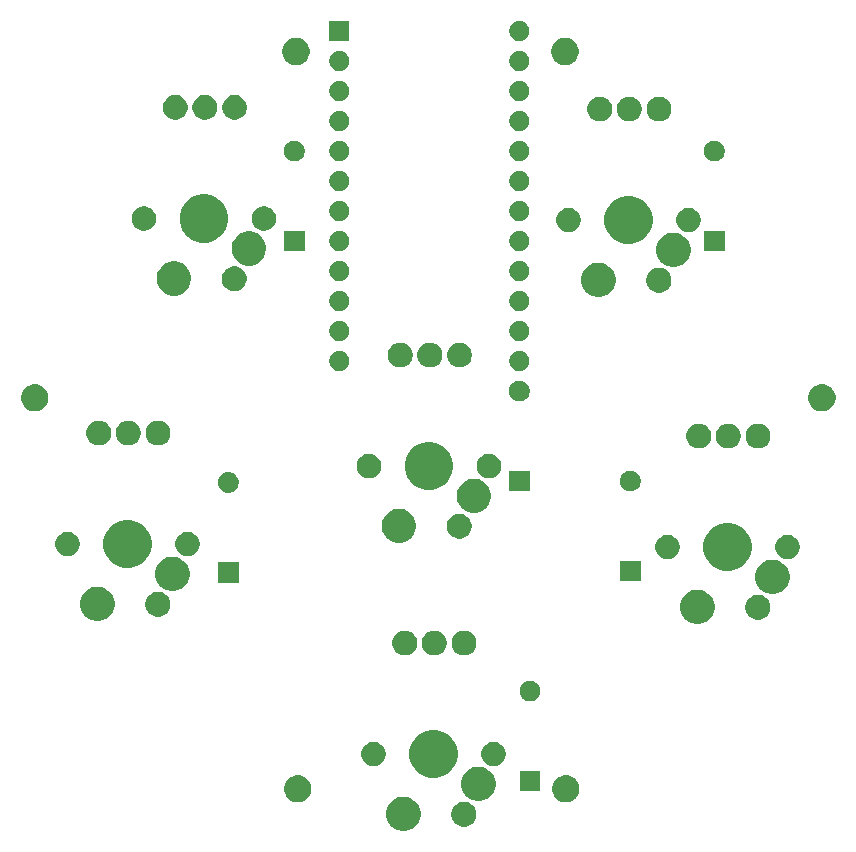
<source format=gbr>
G04 #@! TF.GenerationSoftware,KiCad,Pcbnew,(5.1.4)-1*
G04 #@! TF.CreationDate,2019-09-22T21:20:08-07:00*
G04 #@! TF.ProjectId,macropad,6d616372-6f70-4616-942e-6b696361645f,rev?*
G04 #@! TF.SameCoordinates,Original*
G04 #@! TF.FileFunction,Soldermask,Top*
G04 #@! TF.FilePolarity,Negative*
%FSLAX46Y46*%
G04 Gerber Fmt 4.6, Leading zero omitted, Abs format (unit mm)*
G04 Created by KiCad (PCBNEW (5.1.4)-1) date 2019-09-22 21:20:08*
%MOMM*%
%LPD*%
G04 APERTURE LIST*
%ADD10C,0.100000*%
G04 APERTURE END LIST*
D10*
G36*
X148083601Y-134753840D02*
G01*
X148347665Y-134863219D01*
X148585318Y-135022014D01*
X148787426Y-135224122D01*
X148946221Y-135461775D01*
X149055600Y-135725839D01*
X149111360Y-136006168D01*
X149111360Y-136291992D01*
X149055600Y-136572321D01*
X148946221Y-136836385D01*
X148787426Y-137074038D01*
X148585318Y-137276146D01*
X148347665Y-137434941D01*
X148083601Y-137544320D01*
X147803272Y-137600080D01*
X147517448Y-137600080D01*
X147237119Y-137544320D01*
X146973055Y-137434941D01*
X146735402Y-137276146D01*
X146533294Y-137074038D01*
X146374499Y-136836385D01*
X146265120Y-136572321D01*
X146209360Y-136291992D01*
X146209360Y-136006168D01*
X146265120Y-135725839D01*
X146374499Y-135461775D01*
X146533294Y-135224122D01*
X146735402Y-135022014D01*
X146973055Y-134863219D01*
X147237119Y-134753840D01*
X147517448Y-134698080D01*
X147803272Y-134698080D01*
X148083601Y-134753840D01*
X148083601Y-134753840D01*
G37*
G36*
X153087564Y-135155389D02*
G01*
X153278833Y-135234615D01*
X153278835Y-135234616D01*
X153450973Y-135349635D01*
X153597365Y-135496027D01*
X153712385Y-135668167D01*
X153791611Y-135859436D01*
X153832000Y-136062484D01*
X153832000Y-136269516D01*
X153791611Y-136472564D01*
X153750290Y-136572321D01*
X153712384Y-136663835D01*
X153597365Y-136835973D01*
X153450973Y-136982365D01*
X153278835Y-137097384D01*
X153278834Y-137097385D01*
X153278833Y-137097385D01*
X153087564Y-137176611D01*
X152884516Y-137217000D01*
X152677484Y-137217000D01*
X152474436Y-137176611D01*
X152283167Y-137097385D01*
X152283166Y-137097385D01*
X152283165Y-137097384D01*
X152111027Y-136982365D01*
X151964635Y-136835973D01*
X151849616Y-136663835D01*
X151811710Y-136572321D01*
X151770389Y-136472564D01*
X151730000Y-136269516D01*
X151730000Y-136062484D01*
X151770389Y-135859436D01*
X151849615Y-135668167D01*
X151964635Y-135496027D01*
X152111027Y-135349635D01*
X152283165Y-135234616D01*
X152283167Y-135234615D01*
X152474436Y-135155389D01*
X152677484Y-135115000D01*
X152884516Y-135115000D01*
X153087564Y-135155389D01*
X153087564Y-135155389D01*
G37*
G36*
X138895927Y-132886653D02*
G01*
X139045134Y-132916332D01*
X139254603Y-133003097D01*
X139443120Y-133129060D01*
X139603440Y-133289380D01*
X139729403Y-133477897D01*
X139816168Y-133687366D01*
X139860400Y-133909736D01*
X139860400Y-134136464D01*
X139816168Y-134358834D01*
X139729403Y-134568303D01*
X139603440Y-134756820D01*
X139443120Y-134917140D01*
X139254603Y-135043103D01*
X139045134Y-135129868D01*
X138933949Y-135151984D01*
X138822765Y-135174100D01*
X138596035Y-135174100D01*
X138484851Y-135151984D01*
X138373666Y-135129868D01*
X138164197Y-135043103D01*
X137975680Y-134917140D01*
X137815360Y-134756820D01*
X137689397Y-134568303D01*
X137602632Y-134358834D01*
X137558400Y-134136464D01*
X137558400Y-133909736D01*
X137602632Y-133687366D01*
X137689397Y-133477897D01*
X137815360Y-133289380D01*
X137975680Y-133129060D01*
X138164197Y-133003097D01*
X138373666Y-132916332D01*
X138522873Y-132886653D01*
X138596035Y-132872100D01*
X138822765Y-132872100D01*
X138895927Y-132886653D01*
X138895927Y-132886653D01*
G37*
G36*
X161603527Y-132886653D02*
G01*
X161752734Y-132916332D01*
X161962203Y-133003097D01*
X162150720Y-133129060D01*
X162311040Y-133289380D01*
X162437003Y-133477897D01*
X162523768Y-133687366D01*
X162568000Y-133909736D01*
X162568000Y-134136464D01*
X162523768Y-134358834D01*
X162437003Y-134568303D01*
X162311040Y-134756820D01*
X162150720Y-134917140D01*
X161962203Y-135043103D01*
X161752734Y-135129868D01*
X161641549Y-135151984D01*
X161530365Y-135174100D01*
X161303635Y-135174100D01*
X161192451Y-135151984D01*
X161081266Y-135129868D01*
X160871797Y-135043103D01*
X160683280Y-134917140D01*
X160522960Y-134756820D01*
X160396997Y-134568303D01*
X160310232Y-134358834D01*
X160266000Y-134136464D01*
X160266000Y-133909736D01*
X160310232Y-133687366D01*
X160396997Y-133477897D01*
X160522960Y-133289380D01*
X160683280Y-133129060D01*
X160871797Y-133003097D01*
X161081266Y-132916332D01*
X161230473Y-132886653D01*
X161303635Y-132872100D01*
X161530365Y-132872100D01*
X161603527Y-132886653D01*
X161603527Y-132886653D01*
G37*
G36*
X154433601Y-132213840D02*
G01*
X154697665Y-132323219D01*
X154935318Y-132482014D01*
X155137426Y-132684122D01*
X155296221Y-132921775D01*
X155405600Y-133185839D01*
X155461360Y-133466168D01*
X155461360Y-133751992D01*
X155405600Y-134032321D01*
X155296221Y-134296385D01*
X155137426Y-134534038D01*
X154935318Y-134736146D01*
X154697665Y-134894941D01*
X154433601Y-135004320D01*
X154153272Y-135060080D01*
X153867448Y-135060080D01*
X153587119Y-135004320D01*
X153323055Y-134894941D01*
X153085402Y-134736146D01*
X152883294Y-134534038D01*
X152724499Y-134296385D01*
X152615120Y-134032321D01*
X152559360Y-133751992D01*
X152559360Y-133466168D01*
X152615120Y-133185839D01*
X152724499Y-132921775D01*
X152883294Y-132684122D01*
X153085402Y-132482014D01*
X153323055Y-132323219D01*
X153587119Y-132213840D01*
X153867448Y-132158080D01*
X154153272Y-132158080D01*
X154433601Y-132213840D01*
X154433601Y-132213840D01*
G37*
G36*
X159245500Y-134226500D02*
G01*
X157492500Y-134226500D01*
X157492500Y-132473500D01*
X159245500Y-132473500D01*
X159245500Y-134226500D01*
X159245500Y-134226500D01*
G37*
G36*
X150798614Y-129096898D02*
G01*
X151171871Y-129251506D01*
X151171873Y-129251507D01*
X151507796Y-129475964D01*
X151793476Y-129761644D01*
X152007872Y-130082509D01*
X152017934Y-130097569D01*
X152172542Y-130470826D01*
X152251360Y-130867073D01*
X152251360Y-131271087D01*
X152172542Y-131667334D01*
X152017934Y-132040591D01*
X152017933Y-132040593D01*
X151793476Y-132376516D01*
X151507796Y-132662196D01*
X151171873Y-132886653D01*
X151171872Y-132886654D01*
X151171871Y-132886654D01*
X150798614Y-133041262D01*
X150402367Y-133120080D01*
X149998353Y-133120080D01*
X149602106Y-133041262D01*
X149228849Y-132886654D01*
X149228848Y-132886654D01*
X149228847Y-132886653D01*
X148892924Y-132662196D01*
X148607244Y-132376516D01*
X148382787Y-132040593D01*
X148382786Y-132040591D01*
X148228178Y-131667334D01*
X148149360Y-131271087D01*
X148149360Y-130867073D01*
X148228178Y-130470826D01*
X148382786Y-130097569D01*
X148392849Y-130082509D01*
X148607244Y-129761644D01*
X148892924Y-129475964D01*
X149228847Y-129251507D01*
X149228849Y-129251506D01*
X149602106Y-129096898D01*
X149998353Y-129018080D01*
X150402367Y-129018080D01*
X150798614Y-129096898D01*
X150798614Y-129096898D01*
G37*
G36*
X155579632Y-130082508D02*
G01*
X155766351Y-130159850D01*
X155766353Y-130159851D01*
X155934397Y-130272134D01*
X156077306Y-130415043D01*
X156189589Y-130583087D01*
X156189590Y-130583089D01*
X156266932Y-130769808D01*
X156306360Y-130968027D01*
X156306360Y-131170133D01*
X156266932Y-131368352D01*
X156189590Y-131555071D01*
X156189589Y-131555073D01*
X156077306Y-131723117D01*
X155934397Y-131866026D01*
X155766353Y-131978309D01*
X155766352Y-131978310D01*
X155766351Y-131978310D01*
X155579632Y-132055652D01*
X155381413Y-132095080D01*
X155179307Y-132095080D01*
X154981088Y-132055652D01*
X154794369Y-131978310D01*
X154794368Y-131978310D01*
X154794367Y-131978309D01*
X154626323Y-131866026D01*
X154483414Y-131723117D01*
X154371131Y-131555073D01*
X154371130Y-131555071D01*
X154293788Y-131368352D01*
X154254360Y-131170133D01*
X154254360Y-130968027D01*
X154293788Y-130769808D01*
X154371130Y-130583089D01*
X154371131Y-130583087D01*
X154483414Y-130415043D01*
X154626323Y-130272134D01*
X154794367Y-130159851D01*
X154794369Y-130159850D01*
X154981088Y-130082508D01*
X155179307Y-130043080D01*
X155381413Y-130043080D01*
X155579632Y-130082508D01*
X155579632Y-130082508D01*
G37*
G36*
X145419632Y-130082508D02*
G01*
X145606351Y-130159850D01*
X145606353Y-130159851D01*
X145774397Y-130272134D01*
X145917306Y-130415043D01*
X146029589Y-130583087D01*
X146029590Y-130583089D01*
X146106932Y-130769808D01*
X146146360Y-130968027D01*
X146146360Y-131170133D01*
X146106932Y-131368352D01*
X146029590Y-131555071D01*
X146029589Y-131555073D01*
X145917306Y-131723117D01*
X145774397Y-131866026D01*
X145606353Y-131978309D01*
X145606352Y-131978310D01*
X145606351Y-131978310D01*
X145419632Y-132055652D01*
X145221413Y-132095080D01*
X145019307Y-132095080D01*
X144821088Y-132055652D01*
X144634369Y-131978310D01*
X144634368Y-131978310D01*
X144634367Y-131978309D01*
X144466323Y-131866026D01*
X144323414Y-131723117D01*
X144211131Y-131555073D01*
X144211130Y-131555071D01*
X144133788Y-131368352D01*
X144094360Y-131170133D01*
X144094360Y-130968027D01*
X144133788Y-130769808D01*
X144211130Y-130583089D01*
X144211131Y-130583087D01*
X144323414Y-130415043D01*
X144466323Y-130272134D01*
X144634367Y-130159851D01*
X144634369Y-130159850D01*
X144821088Y-130082508D01*
X145019307Y-130043080D01*
X145221413Y-130043080D01*
X145419632Y-130082508D01*
X145419632Y-130082508D01*
G37*
G36*
X158539997Y-124870342D02*
G01*
X158624666Y-124887183D01*
X158690738Y-124914551D01*
X158784177Y-124953255D01*
X158927736Y-125049178D01*
X159049822Y-125171264D01*
X159145745Y-125314823D01*
X159211817Y-125474335D01*
X159245500Y-125643671D01*
X159245500Y-125816329D01*
X159211817Y-125985665D01*
X159145745Y-126145177D01*
X159049822Y-126288736D01*
X158927736Y-126410822D01*
X158784177Y-126506745D01*
X158690738Y-126545449D01*
X158624666Y-126572817D01*
X158539997Y-126589659D01*
X158455329Y-126606500D01*
X158282671Y-126606500D01*
X158198003Y-126589659D01*
X158113334Y-126572817D01*
X158047262Y-126545449D01*
X157953823Y-126506745D01*
X157810264Y-126410822D01*
X157688178Y-126288736D01*
X157592255Y-126145177D01*
X157526183Y-125985665D01*
X157492500Y-125816329D01*
X157492500Y-125643671D01*
X157526183Y-125474335D01*
X157592255Y-125314823D01*
X157688178Y-125171264D01*
X157810264Y-125049178D01*
X157953823Y-124953255D01*
X158047262Y-124914551D01*
X158113334Y-124887183D01*
X158198003Y-124870342D01*
X158282671Y-124853500D01*
X158455329Y-124853500D01*
X158539997Y-124870342D01*
X158539997Y-124870342D01*
G37*
G36*
X148087564Y-120655389D02*
G01*
X148278833Y-120734615D01*
X148278835Y-120734616D01*
X148450973Y-120849635D01*
X148597365Y-120996027D01*
X148712385Y-121168167D01*
X148791611Y-121359436D01*
X148832000Y-121562484D01*
X148832000Y-121769516D01*
X148791611Y-121972564D01*
X148712385Y-122163833D01*
X148712384Y-122163835D01*
X148597365Y-122335973D01*
X148450973Y-122482365D01*
X148278835Y-122597384D01*
X148278834Y-122597385D01*
X148278833Y-122597385D01*
X148087564Y-122676611D01*
X147884516Y-122717000D01*
X147677484Y-122717000D01*
X147474436Y-122676611D01*
X147283167Y-122597385D01*
X147283166Y-122597385D01*
X147283165Y-122597384D01*
X147111027Y-122482365D01*
X146964635Y-122335973D01*
X146849616Y-122163835D01*
X146849615Y-122163833D01*
X146770389Y-121972564D01*
X146730000Y-121769516D01*
X146730000Y-121562484D01*
X146770389Y-121359436D01*
X146849615Y-121168167D01*
X146964635Y-120996027D01*
X147111027Y-120849635D01*
X147283165Y-120734616D01*
X147283167Y-120734615D01*
X147474436Y-120655389D01*
X147677484Y-120615000D01*
X147884516Y-120615000D01*
X148087564Y-120655389D01*
X148087564Y-120655389D01*
G37*
G36*
X153097724Y-120655389D02*
G01*
X153288993Y-120734615D01*
X153288995Y-120734616D01*
X153461133Y-120849635D01*
X153607525Y-120996027D01*
X153722545Y-121168167D01*
X153801771Y-121359436D01*
X153842160Y-121562484D01*
X153842160Y-121769516D01*
X153801771Y-121972564D01*
X153722545Y-122163833D01*
X153722544Y-122163835D01*
X153607525Y-122335973D01*
X153461133Y-122482365D01*
X153288995Y-122597384D01*
X153288994Y-122597385D01*
X153288993Y-122597385D01*
X153097724Y-122676611D01*
X152894676Y-122717000D01*
X152687644Y-122717000D01*
X152484596Y-122676611D01*
X152293327Y-122597385D01*
X152293326Y-122597385D01*
X152293325Y-122597384D01*
X152121187Y-122482365D01*
X151974795Y-122335973D01*
X151859776Y-122163835D01*
X151859775Y-122163833D01*
X151780549Y-121972564D01*
X151740160Y-121769516D01*
X151740160Y-121562484D01*
X151780549Y-121359436D01*
X151859775Y-121168167D01*
X151974795Y-120996027D01*
X152121187Y-120849635D01*
X152293325Y-120734616D01*
X152293327Y-120734615D01*
X152484596Y-120655389D01*
X152687644Y-120615000D01*
X152894676Y-120615000D01*
X153097724Y-120655389D01*
X153097724Y-120655389D01*
G37*
G36*
X150587564Y-120655389D02*
G01*
X150778833Y-120734615D01*
X150778835Y-120734616D01*
X150950973Y-120849635D01*
X151097365Y-120996027D01*
X151212385Y-121168167D01*
X151291611Y-121359436D01*
X151332000Y-121562484D01*
X151332000Y-121769516D01*
X151291611Y-121972564D01*
X151212385Y-122163833D01*
X151212384Y-122163835D01*
X151097365Y-122335973D01*
X150950973Y-122482365D01*
X150778835Y-122597384D01*
X150778834Y-122597385D01*
X150778833Y-122597385D01*
X150587564Y-122676611D01*
X150384516Y-122717000D01*
X150177484Y-122717000D01*
X149974436Y-122676611D01*
X149783167Y-122597385D01*
X149783166Y-122597385D01*
X149783165Y-122597384D01*
X149611027Y-122482365D01*
X149464635Y-122335973D01*
X149349616Y-122163835D01*
X149349615Y-122163833D01*
X149270389Y-121972564D01*
X149230000Y-121769516D01*
X149230000Y-121562484D01*
X149270389Y-121359436D01*
X149349615Y-121168167D01*
X149464635Y-120996027D01*
X149611027Y-120849635D01*
X149783165Y-120734616D01*
X149783167Y-120734615D01*
X149974436Y-120655389D01*
X150177484Y-120615000D01*
X150384516Y-120615000D01*
X150587564Y-120655389D01*
X150587564Y-120655389D01*
G37*
G36*
X172975601Y-117227840D02*
G01*
X173239665Y-117337219D01*
X173477318Y-117496014D01*
X173679426Y-117698122D01*
X173838221Y-117935775D01*
X173947600Y-118199839D01*
X174003360Y-118480168D01*
X174003360Y-118765992D01*
X173947600Y-119046321D01*
X173838221Y-119310385D01*
X173679426Y-119548038D01*
X173477318Y-119750146D01*
X173239665Y-119908941D01*
X172975601Y-120018320D01*
X172695272Y-120074080D01*
X172409448Y-120074080D01*
X172129119Y-120018320D01*
X171865055Y-119908941D01*
X171627402Y-119750146D01*
X171425294Y-119548038D01*
X171266499Y-119310385D01*
X171157120Y-119046321D01*
X171101360Y-118765992D01*
X171101360Y-118480168D01*
X171157120Y-118199839D01*
X171266499Y-117935775D01*
X171425294Y-117698122D01*
X171627402Y-117496014D01*
X171865055Y-117337219D01*
X172129119Y-117227840D01*
X172409448Y-117172080D01*
X172695272Y-117172080D01*
X172975601Y-117227840D01*
X172975601Y-117227840D01*
G37*
G36*
X122175601Y-116973840D02*
G01*
X122439665Y-117083219D01*
X122677318Y-117242014D01*
X122879426Y-117444122D01*
X123038221Y-117681775D01*
X123147600Y-117945839D01*
X123203360Y-118226168D01*
X123203360Y-118511992D01*
X123147600Y-118792321D01*
X123038221Y-119056385D01*
X122879426Y-119294038D01*
X122677318Y-119496146D01*
X122439665Y-119654941D01*
X122175601Y-119764320D01*
X121895272Y-119820080D01*
X121609448Y-119820080D01*
X121329119Y-119764320D01*
X121065055Y-119654941D01*
X120827402Y-119496146D01*
X120625294Y-119294038D01*
X120466499Y-119056385D01*
X120357120Y-118792321D01*
X120301360Y-118511992D01*
X120301360Y-118226168D01*
X120357120Y-117945839D01*
X120466499Y-117681775D01*
X120625294Y-117444122D01*
X120827402Y-117242014D01*
X121065055Y-117083219D01*
X121329119Y-116973840D01*
X121609448Y-116918080D01*
X121895272Y-116918080D01*
X122175601Y-116973840D01*
X122175601Y-116973840D01*
G37*
G36*
X177979564Y-117629389D02*
G01*
X178170833Y-117708615D01*
X178170835Y-117708616D01*
X178181926Y-117716027D01*
X178342973Y-117823635D01*
X178489365Y-117970027D01*
X178604385Y-118142167D01*
X178683611Y-118333436D01*
X178724000Y-118536484D01*
X178724000Y-118743516D01*
X178683611Y-118946564D01*
X178638121Y-119056386D01*
X178604384Y-119137835D01*
X178489365Y-119309973D01*
X178342973Y-119456365D01*
X178170835Y-119571384D01*
X178170834Y-119571385D01*
X178170833Y-119571385D01*
X177979564Y-119650611D01*
X177776516Y-119691000D01*
X177569484Y-119691000D01*
X177366436Y-119650611D01*
X177175167Y-119571385D01*
X177175166Y-119571385D01*
X177175165Y-119571384D01*
X177003027Y-119456365D01*
X176856635Y-119309973D01*
X176741616Y-119137835D01*
X176707879Y-119056386D01*
X176662389Y-118946564D01*
X176622000Y-118743516D01*
X176622000Y-118536484D01*
X176662389Y-118333436D01*
X176741615Y-118142167D01*
X176856635Y-117970027D01*
X177003027Y-117823635D01*
X177164074Y-117716027D01*
X177175165Y-117708616D01*
X177175167Y-117708615D01*
X177366436Y-117629389D01*
X177569484Y-117589000D01*
X177776516Y-117589000D01*
X177979564Y-117629389D01*
X177979564Y-117629389D01*
G37*
G36*
X127179564Y-117375389D02*
G01*
X127370833Y-117454615D01*
X127370835Y-117454616D01*
X127432791Y-117496014D01*
X127542973Y-117569635D01*
X127689365Y-117716027D01*
X127804385Y-117888167D01*
X127883611Y-118079436D01*
X127924000Y-118282484D01*
X127924000Y-118489516D01*
X127883611Y-118692564D01*
X127853196Y-118765992D01*
X127804384Y-118883835D01*
X127689365Y-119055973D01*
X127542973Y-119202365D01*
X127370835Y-119317384D01*
X127370834Y-119317385D01*
X127370833Y-119317385D01*
X127179564Y-119396611D01*
X126976516Y-119437000D01*
X126769484Y-119437000D01*
X126566436Y-119396611D01*
X126375167Y-119317385D01*
X126375166Y-119317385D01*
X126375165Y-119317384D01*
X126203027Y-119202365D01*
X126056635Y-119055973D01*
X125941616Y-118883835D01*
X125892804Y-118765992D01*
X125862389Y-118692564D01*
X125822000Y-118489516D01*
X125822000Y-118282484D01*
X125862389Y-118079436D01*
X125941615Y-117888167D01*
X126056635Y-117716027D01*
X126203027Y-117569635D01*
X126313209Y-117496014D01*
X126375165Y-117454616D01*
X126375167Y-117454615D01*
X126566436Y-117375389D01*
X126769484Y-117335000D01*
X126976516Y-117335000D01*
X127179564Y-117375389D01*
X127179564Y-117375389D01*
G37*
G36*
X179325601Y-114687840D02*
G01*
X179589665Y-114797219D01*
X179827318Y-114956014D01*
X180029426Y-115158122D01*
X180188221Y-115395775D01*
X180297600Y-115659839D01*
X180353360Y-115940168D01*
X180353360Y-116225992D01*
X180297600Y-116506321D01*
X180188221Y-116770385D01*
X180029426Y-117008038D01*
X179827318Y-117210146D01*
X179589665Y-117368941D01*
X179325601Y-117478320D01*
X179045272Y-117534080D01*
X178759448Y-117534080D01*
X178479119Y-117478320D01*
X178215055Y-117368941D01*
X177977402Y-117210146D01*
X177775294Y-117008038D01*
X177616499Y-116770385D01*
X177507120Y-116506321D01*
X177451360Y-116225992D01*
X177451360Y-115940168D01*
X177507120Y-115659839D01*
X177616499Y-115395775D01*
X177775294Y-115158122D01*
X177977402Y-114956014D01*
X178215055Y-114797219D01*
X178479119Y-114687840D01*
X178759448Y-114632080D01*
X179045272Y-114632080D01*
X179325601Y-114687840D01*
X179325601Y-114687840D01*
G37*
G36*
X128525601Y-114433840D02*
G01*
X128789665Y-114543219D01*
X129027318Y-114702014D01*
X129229426Y-114904122D01*
X129388221Y-115141775D01*
X129497600Y-115405839D01*
X129553360Y-115686168D01*
X129553360Y-115971992D01*
X129497600Y-116252321D01*
X129388221Y-116516385D01*
X129229426Y-116754038D01*
X129027318Y-116956146D01*
X128789665Y-117114941D01*
X128525601Y-117224320D01*
X128245272Y-117280080D01*
X127959448Y-117280080D01*
X127679119Y-117224320D01*
X127415055Y-117114941D01*
X127177402Y-116956146D01*
X126975294Y-116754038D01*
X126816499Y-116516385D01*
X126707120Y-116252321D01*
X126651360Y-115971992D01*
X126651360Y-115686168D01*
X126707120Y-115405839D01*
X126816499Y-115141775D01*
X126975294Y-114904122D01*
X127177402Y-114702014D01*
X127415055Y-114543219D01*
X127679119Y-114433840D01*
X127959448Y-114378080D01*
X128245272Y-114378080D01*
X128525601Y-114433840D01*
X128525601Y-114433840D01*
G37*
G36*
X133718500Y-116573500D02*
G01*
X131965500Y-116573500D01*
X131965500Y-114820500D01*
X133718500Y-114820500D01*
X133718500Y-116573500D01*
X133718500Y-116573500D01*
G37*
G36*
X167754500Y-116446500D02*
G01*
X166001500Y-116446500D01*
X166001500Y-114693500D01*
X167754500Y-114693500D01*
X167754500Y-116446500D01*
X167754500Y-116446500D01*
G37*
G36*
X175690614Y-111570898D02*
G01*
X175992550Y-111695964D01*
X176063873Y-111725507D01*
X176399796Y-111949964D01*
X176685476Y-112235644D01*
X176899872Y-112556509D01*
X176909934Y-112571569D01*
X177064542Y-112944826D01*
X177143360Y-113341073D01*
X177143360Y-113745087D01*
X177064542Y-114141334D01*
X176909934Y-114514591D01*
X176909933Y-114514593D01*
X176685476Y-114850516D01*
X176399796Y-115136196D01*
X176063873Y-115360653D01*
X176063872Y-115360654D01*
X176063871Y-115360654D01*
X175690614Y-115515262D01*
X175294367Y-115594080D01*
X174890353Y-115594080D01*
X174494106Y-115515262D01*
X174120849Y-115360654D01*
X174120848Y-115360654D01*
X174120847Y-115360653D01*
X173784924Y-115136196D01*
X173499244Y-114850516D01*
X173274787Y-114514593D01*
X173274786Y-114514591D01*
X173120178Y-114141334D01*
X173041360Y-113745087D01*
X173041360Y-113341073D01*
X173120178Y-112944826D01*
X173274786Y-112571569D01*
X173284849Y-112556509D01*
X173499244Y-112235644D01*
X173784924Y-111949964D01*
X174120847Y-111725507D01*
X174192170Y-111695964D01*
X174494106Y-111570898D01*
X174890353Y-111492080D01*
X175294367Y-111492080D01*
X175690614Y-111570898D01*
X175690614Y-111570898D01*
G37*
G36*
X124890614Y-111316898D02*
G01*
X125263871Y-111471506D01*
X125263873Y-111471507D01*
X125599796Y-111695964D01*
X125885476Y-111981644D01*
X126099872Y-112302509D01*
X126109934Y-112317569D01*
X126264542Y-112690826D01*
X126343360Y-113087073D01*
X126343360Y-113491087D01*
X126264542Y-113887334D01*
X126109934Y-114260591D01*
X126109933Y-114260593D01*
X125885476Y-114596516D01*
X125599796Y-114882196D01*
X125263873Y-115106653D01*
X125263872Y-115106654D01*
X125263871Y-115106654D01*
X124890614Y-115261262D01*
X124494367Y-115340080D01*
X124090353Y-115340080D01*
X123694106Y-115261262D01*
X123320849Y-115106654D01*
X123320848Y-115106654D01*
X123320847Y-115106653D01*
X122984924Y-114882196D01*
X122699244Y-114596516D01*
X122474787Y-114260593D01*
X122474786Y-114260591D01*
X122320178Y-113887334D01*
X122241360Y-113491087D01*
X122241360Y-113087073D01*
X122320178Y-112690826D01*
X122474786Y-112317569D01*
X122484849Y-112302509D01*
X122699244Y-111981644D01*
X122984924Y-111695964D01*
X123320847Y-111471507D01*
X123320849Y-111471506D01*
X123694106Y-111316898D01*
X124090353Y-111238080D01*
X124494367Y-111238080D01*
X124890614Y-111316898D01*
X124890614Y-111316898D01*
G37*
G36*
X180471632Y-112556508D02*
G01*
X180658351Y-112633850D01*
X180658353Y-112633851D01*
X180826397Y-112746134D01*
X180969306Y-112889043D01*
X181077482Y-113050941D01*
X181081590Y-113057089D01*
X181158932Y-113243808D01*
X181198360Y-113442027D01*
X181198360Y-113644133D01*
X181158932Y-113842352D01*
X181081590Y-114029071D01*
X181081589Y-114029073D01*
X180969306Y-114197117D01*
X180826397Y-114340026D01*
X180658353Y-114452309D01*
X180658352Y-114452310D01*
X180658351Y-114452310D01*
X180471632Y-114529652D01*
X180273413Y-114569080D01*
X180071307Y-114569080D01*
X179873088Y-114529652D01*
X179686369Y-114452310D01*
X179686368Y-114452310D01*
X179686367Y-114452309D01*
X179518323Y-114340026D01*
X179375414Y-114197117D01*
X179263131Y-114029073D01*
X179263130Y-114029071D01*
X179185788Y-113842352D01*
X179146360Y-113644133D01*
X179146360Y-113442027D01*
X179185788Y-113243808D01*
X179263130Y-113057089D01*
X179267238Y-113050941D01*
X179375414Y-112889043D01*
X179518323Y-112746134D01*
X179686367Y-112633851D01*
X179686369Y-112633850D01*
X179873088Y-112556508D01*
X180071307Y-112517080D01*
X180273413Y-112517080D01*
X180471632Y-112556508D01*
X180471632Y-112556508D01*
G37*
G36*
X170311632Y-112556508D02*
G01*
X170498351Y-112633850D01*
X170498353Y-112633851D01*
X170666397Y-112746134D01*
X170809306Y-112889043D01*
X170917482Y-113050941D01*
X170921590Y-113057089D01*
X170998932Y-113243808D01*
X171038360Y-113442027D01*
X171038360Y-113644133D01*
X170998932Y-113842352D01*
X170921590Y-114029071D01*
X170921589Y-114029073D01*
X170809306Y-114197117D01*
X170666397Y-114340026D01*
X170498353Y-114452309D01*
X170498352Y-114452310D01*
X170498351Y-114452310D01*
X170311632Y-114529652D01*
X170113413Y-114569080D01*
X169911307Y-114569080D01*
X169713088Y-114529652D01*
X169526369Y-114452310D01*
X169526368Y-114452310D01*
X169526367Y-114452309D01*
X169358323Y-114340026D01*
X169215414Y-114197117D01*
X169103131Y-114029073D01*
X169103130Y-114029071D01*
X169025788Y-113842352D01*
X168986360Y-113644133D01*
X168986360Y-113442027D01*
X169025788Y-113243808D01*
X169103130Y-113057089D01*
X169107238Y-113050941D01*
X169215414Y-112889043D01*
X169358323Y-112746134D01*
X169526367Y-112633851D01*
X169526369Y-112633850D01*
X169713088Y-112556508D01*
X169911307Y-112517080D01*
X170113413Y-112517080D01*
X170311632Y-112556508D01*
X170311632Y-112556508D01*
G37*
G36*
X129671632Y-112302508D02*
G01*
X129858351Y-112379850D01*
X129858353Y-112379851D01*
X130026397Y-112492134D01*
X130169306Y-112635043D01*
X130274589Y-112792611D01*
X130281590Y-112803089D01*
X130358932Y-112989808D01*
X130398360Y-113188027D01*
X130398360Y-113390133D01*
X130358932Y-113588352D01*
X130294010Y-113745086D01*
X130281589Y-113775073D01*
X130169306Y-113943117D01*
X130026397Y-114086026D01*
X129858353Y-114198309D01*
X129858352Y-114198310D01*
X129858351Y-114198310D01*
X129671632Y-114275652D01*
X129473413Y-114315080D01*
X129271307Y-114315080D01*
X129073088Y-114275652D01*
X128886369Y-114198310D01*
X128886368Y-114198310D01*
X128886367Y-114198309D01*
X128718323Y-114086026D01*
X128575414Y-113943117D01*
X128463131Y-113775073D01*
X128450710Y-113745086D01*
X128385788Y-113588352D01*
X128346360Y-113390133D01*
X128346360Y-113188027D01*
X128385788Y-112989808D01*
X128463130Y-112803089D01*
X128470131Y-112792611D01*
X128575414Y-112635043D01*
X128718323Y-112492134D01*
X128886367Y-112379851D01*
X128886369Y-112379850D01*
X129073088Y-112302508D01*
X129271307Y-112263080D01*
X129473413Y-112263080D01*
X129671632Y-112302508D01*
X129671632Y-112302508D01*
G37*
G36*
X119511632Y-112302508D02*
G01*
X119698351Y-112379850D01*
X119698353Y-112379851D01*
X119866397Y-112492134D01*
X120009306Y-112635043D01*
X120114589Y-112792611D01*
X120121590Y-112803089D01*
X120198932Y-112989808D01*
X120238360Y-113188027D01*
X120238360Y-113390133D01*
X120198932Y-113588352D01*
X120134010Y-113745086D01*
X120121589Y-113775073D01*
X120009306Y-113943117D01*
X119866397Y-114086026D01*
X119698353Y-114198309D01*
X119698352Y-114198310D01*
X119698351Y-114198310D01*
X119511632Y-114275652D01*
X119313413Y-114315080D01*
X119111307Y-114315080D01*
X118913088Y-114275652D01*
X118726369Y-114198310D01*
X118726368Y-114198310D01*
X118726367Y-114198309D01*
X118558323Y-114086026D01*
X118415414Y-113943117D01*
X118303131Y-113775073D01*
X118290710Y-113745086D01*
X118225788Y-113588352D01*
X118186360Y-113390133D01*
X118186360Y-113188027D01*
X118225788Y-112989808D01*
X118303130Y-112803089D01*
X118310131Y-112792611D01*
X118415414Y-112635043D01*
X118558323Y-112492134D01*
X118726367Y-112379851D01*
X118726369Y-112379850D01*
X118913088Y-112302508D01*
X119111307Y-112263080D01*
X119313413Y-112263080D01*
X119511632Y-112302508D01*
X119511632Y-112302508D01*
G37*
G36*
X147702601Y-110369840D02*
G01*
X147966665Y-110479219D01*
X148204318Y-110638014D01*
X148406426Y-110840122D01*
X148565221Y-111077775D01*
X148674600Y-111341839D01*
X148730360Y-111622168D01*
X148730360Y-111907992D01*
X148674600Y-112188321D01*
X148565221Y-112452385D01*
X148406426Y-112690038D01*
X148204318Y-112892146D01*
X147966665Y-113050941D01*
X147702601Y-113160320D01*
X147422272Y-113216080D01*
X147136448Y-113216080D01*
X146856119Y-113160320D01*
X146592055Y-113050941D01*
X146354402Y-112892146D01*
X146152294Y-112690038D01*
X145993499Y-112452385D01*
X145884120Y-112188321D01*
X145828360Y-111907992D01*
X145828360Y-111622168D01*
X145884120Y-111341839D01*
X145993499Y-111077775D01*
X146152294Y-110840122D01*
X146354402Y-110638014D01*
X146592055Y-110479219D01*
X146856119Y-110369840D01*
X147136448Y-110314080D01*
X147422272Y-110314080D01*
X147702601Y-110369840D01*
X147702601Y-110369840D01*
G37*
G36*
X152706564Y-110771389D02*
G01*
X152897833Y-110850615D01*
X152897835Y-110850616D01*
X153069973Y-110965635D01*
X153216365Y-111112027D01*
X153331385Y-111284167D01*
X153410611Y-111475436D01*
X153451000Y-111678484D01*
X153451000Y-111885516D01*
X153410611Y-112088564D01*
X153338324Y-112263080D01*
X153331384Y-112279835D01*
X153216365Y-112451973D01*
X153069973Y-112598365D01*
X152897835Y-112713384D01*
X152897834Y-112713385D01*
X152897833Y-112713385D01*
X152706564Y-112792611D01*
X152503516Y-112833000D01*
X152296484Y-112833000D01*
X152093436Y-112792611D01*
X151902167Y-112713385D01*
X151902166Y-112713385D01*
X151902165Y-112713384D01*
X151730027Y-112598365D01*
X151583635Y-112451973D01*
X151468616Y-112279835D01*
X151461676Y-112263080D01*
X151389389Y-112088564D01*
X151349000Y-111885516D01*
X151349000Y-111678484D01*
X151389389Y-111475436D01*
X151468615Y-111284167D01*
X151583635Y-111112027D01*
X151730027Y-110965635D01*
X151902165Y-110850616D01*
X151902167Y-110850615D01*
X152093436Y-110771389D01*
X152296484Y-110731000D01*
X152503516Y-110731000D01*
X152706564Y-110771389D01*
X152706564Y-110771389D01*
G37*
G36*
X154052601Y-107829840D02*
G01*
X154316665Y-107939219D01*
X154554318Y-108098014D01*
X154756426Y-108300122D01*
X154915221Y-108537775D01*
X155024600Y-108801839D01*
X155080360Y-109082168D01*
X155080360Y-109367992D01*
X155024600Y-109648321D01*
X154915221Y-109912385D01*
X154756426Y-110150038D01*
X154554318Y-110352146D01*
X154316665Y-110510941D01*
X154052601Y-110620320D01*
X153772272Y-110676080D01*
X153486448Y-110676080D01*
X153206119Y-110620320D01*
X152942055Y-110510941D01*
X152704402Y-110352146D01*
X152502294Y-110150038D01*
X152343499Y-109912385D01*
X152234120Y-109648321D01*
X152178360Y-109367992D01*
X152178360Y-109082168D01*
X152234120Y-108801839D01*
X152343499Y-108537775D01*
X152502294Y-108300122D01*
X152704402Y-108098014D01*
X152942055Y-107939219D01*
X153206119Y-107829840D01*
X153486448Y-107774080D01*
X153772272Y-107774080D01*
X154052601Y-107829840D01*
X154052601Y-107829840D01*
G37*
G36*
X133012997Y-107217341D02*
G01*
X133097666Y-107234183D01*
X133163738Y-107261551D01*
X133257177Y-107300255D01*
X133400736Y-107396178D01*
X133522822Y-107518264D01*
X133618745Y-107661823D01*
X133684817Y-107821335D01*
X133708266Y-107939219D01*
X133718500Y-107990672D01*
X133718500Y-108163328D01*
X133691291Y-108300121D01*
X133684817Y-108332665D01*
X133618745Y-108492177D01*
X133522822Y-108635736D01*
X133400736Y-108757822D01*
X133257177Y-108853745D01*
X133163738Y-108892449D01*
X133097666Y-108919817D01*
X133012997Y-108936658D01*
X132928329Y-108953500D01*
X132755671Y-108953500D01*
X132671003Y-108936658D01*
X132586334Y-108919817D01*
X132520262Y-108892449D01*
X132426823Y-108853745D01*
X132283264Y-108757822D01*
X132161178Y-108635736D01*
X132065255Y-108492177D01*
X131999183Y-108332665D01*
X131992710Y-108300121D01*
X131965500Y-108163328D01*
X131965500Y-107990672D01*
X131975735Y-107939219D01*
X131999183Y-107821335D01*
X132065255Y-107661823D01*
X132161178Y-107518264D01*
X132283264Y-107396178D01*
X132426823Y-107300255D01*
X132520262Y-107261551D01*
X132586334Y-107234183D01*
X132671003Y-107217341D01*
X132755671Y-107200500D01*
X132928329Y-107200500D01*
X133012997Y-107217341D01*
X133012997Y-107217341D01*
G37*
G36*
X167048997Y-107090342D02*
G01*
X167133666Y-107107183D01*
X167199738Y-107134551D01*
X167293177Y-107173255D01*
X167436736Y-107269178D01*
X167558822Y-107391264D01*
X167654745Y-107534823D01*
X167679385Y-107594309D01*
X167711422Y-107671652D01*
X167720817Y-107694335D01*
X167754500Y-107863671D01*
X167754500Y-108036329D01*
X167720817Y-108205665D01*
X167654745Y-108365177D01*
X167558822Y-108508736D01*
X167436736Y-108630822D01*
X167293177Y-108726745D01*
X167218150Y-108757822D01*
X167133666Y-108792817D01*
X167048997Y-108809658D01*
X166964329Y-108826500D01*
X166791671Y-108826500D01*
X166707003Y-108809658D01*
X166622334Y-108792817D01*
X166537850Y-108757822D01*
X166462823Y-108726745D01*
X166319264Y-108630822D01*
X166197178Y-108508736D01*
X166101255Y-108365177D01*
X166035183Y-108205665D01*
X166001500Y-108036329D01*
X166001500Y-107863671D01*
X166035183Y-107694335D01*
X166044579Y-107671652D01*
X166076615Y-107594309D01*
X166101255Y-107534823D01*
X166197178Y-107391264D01*
X166319264Y-107269178D01*
X166462823Y-107173255D01*
X166556262Y-107134551D01*
X166622334Y-107107183D01*
X166707003Y-107090342D01*
X166791671Y-107073500D01*
X166964329Y-107073500D01*
X167048997Y-107090342D01*
X167048997Y-107090342D01*
G37*
G36*
X158356500Y-108826500D02*
G01*
X156603500Y-108826500D01*
X156603500Y-107073500D01*
X158356500Y-107073500D01*
X158356500Y-108826500D01*
X158356500Y-108826500D01*
G37*
G36*
X150417614Y-104712898D02*
G01*
X150790871Y-104867506D01*
X150790873Y-104867507D01*
X151126796Y-105091964D01*
X151412476Y-105377644D01*
X151626872Y-105698509D01*
X151636934Y-105713569D01*
X151791542Y-106086826D01*
X151870360Y-106483073D01*
X151870360Y-106887087D01*
X151791542Y-107283334D01*
X151636934Y-107656591D01*
X151636933Y-107656593D01*
X151412476Y-107992516D01*
X151126796Y-108278196D01*
X150790873Y-108502653D01*
X150790872Y-108502654D01*
X150790871Y-108502654D01*
X150417614Y-108657262D01*
X150021367Y-108736080D01*
X149617353Y-108736080D01*
X149221106Y-108657262D01*
X148847849Y-108502654D01*
X148847848Y-108502654D01*
X148847847Y-108502653D01*
X148511924Y-108278196D01*
X148226244Y-107992516D01*
X148001787Y-107656593D01*
X148001786Y-107656591D01*
X147847178Y-107283334D01*
X147768360Y-106887087D01*
X147768360Y-106483073D01*
X147847178Y-106086826D01*
X148001786Y-105713569D01*
X148011849Y-105698509D01*
X148226244Y-105377644D01*
X148511924Y-105091964D01*
X148847847Y-104867507D01*
X148847849Y-104867506D01*
X149221106Y-104712898D01*
X149617353Y-104634080D01*
X150021367Y-104634080D01*
X150417614Y-104712898D01*
X150417614Y-104712898D01*
G37*
G36*
X155198632Y-105698508D02*
G01*
X155385351Y-105775850D01*
X155385353Y-105775851D01*
X155553397Y-105888134D01*
X155696306Y-106031043D01*
X155808589Y-106199087D01*
X155808590Y-106199089D01*
X155885932Y-106385808D01*
X155925360Y-106584027D01*
X155925360Y-106786133D01*
X155885932Y-106984352D01*
X155849005Y-107073500D01*
X155808589Y-107171073D01*
X155696306Y-107339117D01*
X155553397Y-107482026D01*
X155385353Y-107594309D01*
X155385352Y-107594310D01*
X155385351Y-107594310D01*
X155198632Y-107671652D01*
X155000413Y-107711080D01*
X154798307Y-107711080D01*
X154600088Y-107671652D01*
X154413369Y-107594310D01*
X154413368Y-107594310D01*
X154413367Y-107594309D01*
X154245323Y-107482026D01*
X154102414Y-107339117D01*
X153990131Y-107171073D01*
X153949715Y-107073500D01*
X153912788Y-106984352D01*
X153873360Y-106786133D01*
X153873360Y-106584027D01*
X153912788Y-106385808D01*
X153990130Y-106199089D01*
X153990131Y-106199087D01*
X154102414Y-106031043D01*
X154245323Y-105888134D01*
X154413367Y-105775851D01*
X154413369Y-105775850D01*
X154600088Y-105698508D01*
X154798307Y-105659080D01*
X155000413Y-105659080D01*
X155198632Y-105698508D01*
X155198632Y-105698508D01*
G37*
G36*
X145038632Y-105698508D02*
G01*
X145225351Y-105775850D01*
X145225353Y-105775851D01*
X145393397Y-105888134D01*
X145536306Y-106031043D01*
X145648589Y-106199087D01*
X145648590Y-106199089D01*
X145725932Y-106385808D01*
X145765360Y-106584027D01*
X145765360Y-106786133D01*
X145725932Y-106984352D01*
X145689005Y-107073500D01*
X145648589Y-107171073D01*
X145536306Y-107339117D01*
X145393397Y-107482026D01*
X145225353Y-107594309D01*
X145225352Y-107594310D01*
X145225351Y-107594310D01*
X145038632Y-107671652D01*
X144840413Y-107711080D01*
X144638307Y-107711080D01*
X144440088Y-107671652D01*
X144253369Y-107594310D01*
X144253368Y-107594310D01*
X144253367Y-107594309D01*
X144085323Y-107482026D01*
X143942414Y-107339117D01*
X143830131Y-107171073D01*
X143789715Y-107073500D01*
X143752788Y-106984352D01*
X143713360Y-106786133D01*
X143713360Y-106584027D01*
X143752788Y-106385808D01*
X143830130Y-106199089D01*
X143830131Y-106199087D01*
X143942414Y-106031043D01*
X144085323Y-105888134D01*
X144253367Y-105775851D01*
X144253369Y-105775850D01*
X144440088Y-105698508D01*
X144638307Y-105659080D01*
X144840413Y-105659080D01*
X145038632Y-105698508D01*
X145038632Y-105698508D01*
G37*
G36*
X175479564Y-103129389D02*
G01*
X175670833Y-103208615D01*
X175670835Y-103208616D01*
X175681926Y-103216027D01*
X175842973Y-103323635D01*
X175989365Y-103470027D01*
X176104385Y-103642167D01*
X176183611Y-103833436D01*
X176224000Y-104036484D01*
X176224000Y-104243516D01*
X176183611Y-104446564D01*
X176104385Y-104637833D01*
X176104384Y-104637835D01*
X175989365Y-104809973D01*
X175842973Y-104956365D01*
X175670835Y-105071384D01*
X175670834Y-105071385D01*
X175670833Y-105071385D01*
X175479564Y-105150611D01*
X175276516Y-105191000D01*
X175069484Y-105191000D01*
X174866436Y-105150611D01*
X174675167Y-105071385D01*
X174675166Y-105071385D01*
X174675165Y-105071384D01*
X174503027Y-104956365D01*
X174356635Y-104809973D01*
X174241616Y-104637835D01*
X174241615Y-104637833D01*
X174162389Y-104446564D01*
X174122000Y-104243516D01*
X174122000Y-104036484D01*
X174162389Y-103833436D01*
X174241615Y-103642167D01*
X174356635Y-103470027D01*
X174503027Y-103323635D01*
X174664074Y-103216027D01*
X174675165Y-103208616D01*
X174675167Y-103208615D01*
X174866436Y-103129389D01*
X175069484Y-103089000D01*
X175276516Y-103089000D01*
X175479564Y-103129389D01*
X175479564Y-103129389D01*
G37*
G36*
X172979564Y-103129389D02*
G01*
X173170833Y-103208615D01*
X173170835Y-103208616D01*
X173181926Y-103216027D01*
X173342973Y-103323635D01*
X173489365Y-103470027D01*
X173604385Y-103642167D01*
X173683611Y-103833436D01*
X173724000Y-104036484D01*
X173724000Y-104243516D01*
X173683611Y-104446564D01*
X173604385Y-104637833D01*
X173604384Y-104637835D01*
X173489365Y-104809973D01*
X173342973Y-104956365D01*
X173170835Y-105071384D01*
X173170834Y-105071385D01*
X173170833Y-105071385D01*
X172979564Y-105150611D01*
X172776516Y-105191000D01*
X172569484Y-105191000D01*
X172366436Y-105150611D01*
X172175167Y-105071385D01*
X172175166Y-105071385D01*
X172175165Y-105071384D01*
X172003027Y-104956365D01*
X171856635Y-104809973D01*
X171741616Y-104637835D01*
X171741615Y-104637833D01*
X171662389Y-104446564D01*
X171622000Y-104243516D01*
X171622000Y-104036484D01*
X171662389Y-103833436D01*
X171741615Y-103642167D01*
X171856635Y-103470027D01*
X172003027Y-103323635D01*
X172164074Y-103216027D01*
X172175165Y-103208616D01*
X172175167Y-103208615D01*
X172366436Y-103129389D01*
X172569484Y-103089000D01*
X172776516Y-103089000D01*
X172979564Y-103129389D01*
X172979564Y-103129389D01*
G37*
G36*
X177989724Y-103129389D02*
G01*
X178180993Y-103208615D01*
X178180995Y-103208616D01*
X178192086Y-103216027D01*
X178353133Y-103323635D01*
X178499525Y-103470027D01*
X178614545Y-103642167D01*
X178693771Y-103833436D01*
X178734160Y-104036484D01*
X178734160Y-104243516D01*
X178693771Y-104446564D01*
X178614545Y-104637833D01*
X178614544Y-104637835D01*
X178499525Y-104809973D01*
X178353133Y-104956365D01*
X178180995Y-105071384D01*
X178180994Y-105071385D01*
X178180993Y-105071385D01*
X177989724Y-105150611D01*
X177786676Y-105191000D01*
X177579644Y-105191000D01*
X177376596Y-105150611D01*
X177185327Y-105071385D01*
X177185326Y-105071385D01*
X177185325Y-105071384D01*
X177013187Y-104956365D01*
X176866795Y-104809973D01*
X176751776Y-104637835D01*
X176751775Y-104637833D01*
X176672549Y-104446564D01*
X176632160Y-104243516D01*
X176632160Y-104036484D01*
X176672549Y-103833436D01*
X176751775Y-103642167D01*
X176866795Y-103470027D01*
X177013187Y-103323635D01*
X177174234Y-103216027D01*
X177185325Y-103208616D01*
X177185327Y-103208615D01*
X177376596Y-103129389D01*
X177579644Y-103089000D01*
X177786676Y-103089000D01*
X177989724Y-103129389D01*
X177989724Y-103129389D01*
G37*
G36*
X127189724Y-102875389D02*
G01*
X127380993Y-102954615D01*
X127380995Y-102954616D01*
X127553133Y-103069635D01*
X127699525Y-103216027D01*
X127814545Y-103388167D01*
X127893771Y-103579436D01*
X127934160Y-103782484D01*
X127934160Y-103989516D01*
X127893771Y-104192564D01*
X127872666Y-104243516D01*
X127814544Y-104383835D01*
X127699525Y-104555973D01*
X127553133Y-104702365D01*
X127380995Y-104817384D01*
X127380994Y-104817385D01*
X127380993Y-104817385D01*
X127189724Y-104896611D01*
X126986676Y-104937000D01*
X126779644Y-104937000D01*
X126576596Y-104896611D01*
X126385327Y-104817385D01*
X126385326Y-104817385D01*
X126385325Y-104817384D01*
X126213187Y-104702365D01*
X126066795Y-104555973D01*
X125951776Y-104383835D01*
X125893654Y-104243516D01*
X125872549Y-104192564D01*
X125832160Y-103989516D01*
X125832160Y-103782484D01*
X125872549Y-103579436D01*
X125951775Y-103388167D01*
X126066795Y-103216027D01*
X126213187Y-103069635D01*
X126385325Y-102954616D01*
X126385327Y-102954615D01*
X126576596Y-102875389D01*
X126779644Y-102835000D01*
X126986676Y-102835000D01*
X127189724Y-102875389D01*
X127189724Y-102875389D01*
G37*
G36*
X122179564Y-102875389D02*
G01*
X122370833Y-102954615D01*
X122370835Y-102954616D01*
X122542973Y-103069635D01*
X122689365Y-103216027D01*
X122804385Y-103388167D01*
X122883611Y-103579436D01*
X122924000Y-103782484D01*
X122924000Y-103989516D01*
X122883611Y-104192564D01*
X122862506Y-104243516D01*
X122804384Y-104383835D01*
X122689365Y-104555973D01*
X122542973Y-104702365D01*
X122370835Y-104817384D01*
X122370834Y-104817385D01*
X122370833Y-104817385D01*
X122179564Y-104896611D01*
X121976516Y-104937000D01*
X121769484Y-104937000D01*
X121566436Y-104896611D01*
X121375167Y-104817385D01*
X121375166Y-104817385D01*
X121375165Y-104817384D01*
X121203027Y-104702365D01*
X121056635Y-104555973D01*
X120941616Y-104383835D01*
X120883494Y-104243516D01*
X120862389Y-104192564D01*
X120822000Y-103989516D01*
X120822000Y-103782484D01*
X120862389Y-103579436D01*
X120941615Y-103388167D01*
X121056635Y-103216027D01*
X121203027Y-103069635D01*
X121375165Y-102954616D01*
X121375167Y-102954615D01*
X121566436Y-102875389D01*
X121769484Y-102835000D01*
X121976516Y-102835000D01*
X122179564Y-102875389D01*
X122179564Y-102875389D01*
G37*
G36*
X124679564Y-102875389D02*
G01*
X124870833Y-102954615D01*
X124870835Y-102954616D01*
X125042973Y-103069635D01*
X125189365Y-103216027D01*
X125304385Y-103388167D01*
X125383611Y-103579436D01*
X125424000Y-103782484D01*
X125424000Y-103989516D01*
X125383611Y-104192564D01*
X125362506Y-104243516D01*
X125304384Y-104383835D01*
X125189365Y-104555973D01*
X125042973Y-104702365D01*
X124870835Y-104817384D01*
X124870834Y-104817385D01*
X124870833Y-104817385D01*
X124679564Y-104896611D01*
X124476516Y-104937000D01*
X124269484Y-104937000D01*
X124066436Y-104896611D01*
X123875167Y-104817385D01*
X123875166Y-104817385D01*
X123875165Y-104817384D01*
X123703027Y-104702365D01*
X123556635Y-104555973D01*
X123441616Y-104383835D01*
X123383494Y-104243516D01*
X123362389Y-104192564D01*
X123322000Y-103989516D01*
X123322000Y-103782484D01*
X123362389Y-103579436D01*
X123441615Y-103388167D01*
X123556635Y-103216027D01*
X123703027Y-103069635D01*
X123875165Y-102954616D01*
X123875167Y-102954615D01*
X124066436Y-102875389D01*
X124269484Y-102835000D01*
X124476516Y-102835000D01*
X124679564Y-102875389D01*
X124679564Y-102875389D01*
G37*
G36*
X183313652Y-99771264D02*
G01*
X183431634Y-99794732D01*
X183641103Y-99881497D01*
X183829620Y-100007460D01*
X183989940Y-100167780D01*
X184115903Y-100356297D01*
X184202668Y-100565766D01*
X184246900Y-100788136D01*
X184246900Y-101014864D01*
X184202668Y-101237234D01*
X184115903Y-101446703D01*
X183989940Y-101635220D01*
X183829620Y-101795540D01*
X183641103Y-101921503D01*
X183431634Y-102008268D01*
X183320449Y-102030384D01*
X183209265Y-102052500D01*
X182982535Y-102052500D01*
X182871351Y-102030384D01*
X182760166Y-102008268D01*
X182550697Y-101921503D01*
X182362180Y-101795540D01*
X182201860Y-101635220D01*
X182075897Y-101446703D01*
X181989132Y-101237234D01*
X181944900Y-101014864D01*
X181944900Y-100788136D01*
X181989132Y-100565766D01*
X182075897Y-100356297D01*
X182201860Y-100167780D01*
X182362180Y-100007460D01*
X182550697Y-99881497D01*
X182760166Y-99794732D01*
X182878148Y-99771264D01*
X182982535Y-99750500D01*
X183209265Y-99750500D01*
X183313652Y-99771264D01*
X183313652Y-99771264D01*
G37*
G36*
X116651352Y-99771264D02*
G01*
X116769334Y-99794732D01*
X116978803Y-99881497D01*
X117167320Y-100007460D01*
X117327640Y-100167780D01*
X117453603Y-100356297D01*
X117540368Y-100565766D01*
X117584600Y-100788136D01*
X117584600Y-101014864D01*
X117540368Y-101237234D01*
X117453603Y-101446703D01*
X117327640Y-101635220D01*
X117167320Y-101795540D01*
X116978803Y-101921503D01*
X116769334Y-102008268D01*
X116658149Y-102030384D01*
X116546965Y-102052500D01*
X116320235Y-102052500D01*
X116209051Y-102030384D01*
X116097866Y-102008268D01*
X115888397Y-101921503D01*
X115699880Y-101795540D01*
X115539560Y-101635220D01*
X115413597Y-101446703D01*
X115326832Y-101237234D01*
X115282600Y-101014864D01*
X115282600Y-100788136D01*
X115326832Y-100565766D01*
X115413597Y-100356297D01*
X115539560Y-100167780D01*
X115699880Y-100007460D01*
X115888397Y-99881497D01*
X116097866Y-99794732D01*
X116215848Y-99771264D01*
X116320235Y-99750500D01*
X116546965Y-99750500D01*
X116651352Y-99771264D01*
X116651352Y-99771264D01*
G37*
G36*
X157650997Y-99470342D02*
G01*
X157735666Y-99487183D01*
X157801738Y-99514551D01*
X157895177Y-99553255D01*
X158038736Y-99649178D01*
X158160822Y-99771264D01*
X158256745Y-99914823D01*
X158322817Y-100074335D01*
X158356500Y-100243671D01*
X158356500Y-100416329D01*
X158322817Y-100585665D01*
X158256745Y-100745177D01*
X158160822Y-100888736D01*
X158038736Y-101010822D01*
X157895177Y-101106745D01*
X157801738Y-101145449D01*
X157735666Y-101172817D01*
X157650997Y-101189659D01*
X157566329Y-101206500D01*
X157393671Y-101206500D01*
X157309003Y-101189659D01*
X157224334Y-101172817D01*
X157158262Y-101145449D01*
X157064823Y-101106745D01*
X156921264Y-101010822D01*
X156799178Y-100888736D01*
X156703255Y-100745177D01*
X156637183Y-100585665D01*
X156603500Y-100416329D01*
X156603500Y-100243671D01*
X156637183Y-100074335D01*
X156703255Y-99914823D01*
X156799178Y-99771264D01*
X156921264Y-99649178D01*
X157064823Y-99553255D01*
X157158262Y-99514551D01*
X157224334Y-99487183D01*
X157309003Y-99470341D01*
X157393671Y-99453500D01*
X157566329Y-99453500D01*
X157650997Y-99470342D01*
X157650997Y-99470342D01*
G37*
G36*
X157728228Y-96971703D02*
G01*
X157883100Y-97035853D01*
X158022481Y-97128985D01*
X158141015Y-97247519D01*
X158234147Y-97386900D01*
X158298297Y-97541772D01*
X158331000Y-97706184D01*
X158331000Y-97873816D01*
X158298297Y-98038228D01*
X158234147Y-98193100D01*
X158141015Y-98332481D01*
X158022481Y-98451015D01*
X157883100Y-98544147D01*
X157728228Y-98608297D01*
X157563816Y-98641000D01*
X157396184Y-98641000D01*
X157231772Y-98608297D01*
X157076900Y-98544147D01*
X156937519Y-98451015D01*
X156818985Y-98332481D01*
X156725853Y-98193100D01*
X156661703Y-98038228D01*
X156629000Y-97873816D01*
X156629000Y-97706184D01*
X156661703Y-97541772D01*
X156725853Y-97386900D01*
X156818985Y-97247519D01*
X156937519Y-97128985D01*
X157076900Y-97035853D01*
X157231772Y-96971703D01*
X157396184Y-96939000D01*
X157563816Y-96939000D01*
X157728228Y-96971703D01*
X157728228Y-96971703D01*
G37*
G36*
X142488228Y-96971703D02*
G01*
X142643100Y-97035853D01*
X142782481Y-97128985D01*
X142901015Y-97247519D01*
X142994147Y-97386900D01*
X143058297Y-97541772D01*
X143091000Y-97706184D01*
X143091000Y-97873816D01*
X143058297Y-98038228D01*
X142994147Y-98193100D01*
X142901015Y-98332481D01*
X142782481Y-98451015D01*
X142643100Y-98544147D01*
X142488228Y-98608297D01*
X142323816Y-98641000D01*
X142156184Y-98641000D01*
X141991772Y-98608297D01*
X141836900Y-98544147D01*
X141697519Y-98451015D01*
X141578985Y-98332481D01*
X141485853Y-98193100D01*
X141421703Y-98038228D01*
X141389000Y-97873816D01*
X141389000Y-97706184D01*
X141421703Y-97541772D01*
X141485853Y-97386900D01*
X141578985Y-97247519D01*
X141697519Y-97128985D01*
X141836900Y-97035853D01*
X141991772Y-96971703D01*
X142156184Y-96939000D01*
X142323816Y-96939000D01*
X142488228Y-96971703D01*
X142488228Y-96971703D01*
G37*
G36*
X147706564Y-96271389D02*
G01*
X147897833Y-96350615D01*
X147897835Y-96350616D01*
X148069973Y-96465635D01*
X148216365Y-96612027D01*
X148331385Y-96784167D01*
X148410611Y-96975436D01*
X148451000Y-97178484D01*
X148451000Y-97385516D01*
X148410611Y-97588564D01*
X148361891Y-97706184D01*
X148331384Y-97779835D01*
X148216365Y-97951973D01*
X148069973Y-98098365D01*
X147897835Y-98213384D01*
X147897834Y-98213385D01*
X147897833Y-98213385D01*
X147706564Y-98292611D01*
X147503516Y-98333000D01*
X147296484Y-98333000D01*
X147093436Y-98292611D01*
X146902167Y-98213385D01*
X146902166Y-98213385D01*
X146902165Y-98213384D01*
X146730027Y-98098365D01*
X146583635Y-97951973D01*
X146468616Y-97779835D01*
X146438109Y-97706184D01*
X146389389Y-97588564D01*
X146349000Y-97385516D01*
X146349000Y-97178484D01*
X146389389Y-96975436D01*
X146468615Y-96784167D01*
X146583635Y-96612027D01*
X146730027Y-96465635D01*
X146902165Y-96350616D01*
X146902167Y-96350615D01*
X147093436Y-96271389D01*
X147296484Y-96231000D01*
X147503516Y-96231000D01*
X147706564Y-96271389D01*
X147706564Y-96271389D01*
G37*
G36*
X150206564Y-96271389D02*
G01*
X150397833Y-96350615D01*
X150397835Y-96350616D01*
X150569973Y-96465635D01*
X150716365Y-96612027D01*
X150831385Y-96784167D01*
X150910611Y-96975436D01*
X150951000Y-97178484D01*
X150951000Y-97385516D01*
X150910611Y-97588564D01*
X150861891Y-97706184D01*
X150831384Y-97779835D01*
X150716365Y-97951973D01*
X150569973Y-98098365D01*
X150397835Y-98213384D01*
X150397834Y-98213385D01*
X150397833Y-98213385D01*
X150206564Y-98292611D01*
X150003516Y-98333000D01*
X149796484Y-98333000D01*
X149593436Y-98292611D01*
X149402167Y-98213385D01*
X149402166Y-98213385D01*
X149402165Y-98213384D01*
X149230027Y-98098365D01*
X149083635Y-97951973D01*
X148968616Y-97779835D01*
X148938109Y-97706184D01*
X148889389Y-97588564D01*
X148849000Y-97385516D01*
X148849000Y-97178484D01*
X148889389Y-96975436D01*
X148968615Y-96784167D01*
X149083635Y-96612027D01*
X149230027Y-96465635D01*
X149402165Y-96350616D01*
X149402167Y-96350615D01*
X149593436Y-96271389D01*
X149796484Y-96231000D01*
X150003516Y-96231000D01*
X150206564Y-96271389D01*
X150206564Y-96271389D01*
G37*
G36*
X152716724Y-96271389D02*
G01*
X152907993Y-96350615D01*
X152907995Y-96350616D01*
X153080133Y-96465635D01*
X153226525Y-96612027D01*
X153341545Y-96784167D01*
X153420771Y-96975436D01*
X153461160Y-97178484D01*
X153461160Y-97385516D01*
X153420771Y-97588564D01*
X153372051Y-97706184D01*
X153341544Y-97779835D01*
X153226525Y-97951973D01*
X153080133Y-98098365D01*
X152907995Y-98213384D01*
X152907994Y-98213385D01*
X152907993Y-98213385D01*
X152716724Y-98292611D01*
X152513676Y-98333000D01*
X152306644Y-98333000D01*
X152103596Y-98292611D01*
X151912327Y-98213385D01*
X151912326Y-98213385D01*
X151912325Y-98213384D01*
X151740187Y-98098365D01*
X151593795Y-97951973D01*
X151478776Y-97779835D01*
X151448269Y-97706184D01*
X151399549Y-97588564D01*
X151359160Y-97385516D01*
X151359160Y-97178484D01*
X151399549Y-96975436D01*
X151478775Y-96784167D01*
X151593795Y-96612027D01*
X151740187Y-96465635D01*
X151912325Y-96350616D01*
X151912327Y-96350615D01*
X152103596Y-96271389D01*
X152306644Y-96231000D01*
X152513676Y-96231000D01*
X152716724Y-96271389D01*
X152716724Y-96271389D01*
G37*
G36*
X157728228Y-94431703D02*
G01*
X157883100Y-94495853D01*
X158022481Y-94588985D01*
X158141015Y-94707519D01*
X158234147Y-94846900D01*
X158298297Y-95001772D01*
X158331000Y-95166184D01*
X158331000Y-95333816D01*
X158298297Y-95498228D01*
X158234147Y-95653100D01*
X158141015Y-95792481D01*
X158022481Y-95911015D01*
X157883100Y-96004147D01*
X157728228Y-96068297D01*
X157563816Y-96101000D01*
X157396184Y-96101000D01*
X157231772Y-96068297D01*
X157076900Y-96004147D01*
X156937519Y-95911015D01*
X156818985Y-95792481D01*
X156725853Y-95653100D01*
X156661703Y-95498228D01*
X156629000Y-95333816D01*
X156629000Y-95166184D01*
X156661703Y-95001772D01*
X156725853Y-94846900D01*
X156818985Y-94707519D01*
X156937519Y-94588985D01*
X157076900Y-94495853D01*
X157231772Y-94431703D01*
X157396184Y-94399000D01*
X157563816Y-94399000D01*
X157728228Y-94431703D01*
X157728228Y-94431703D01*
G37*
G36*
X142488228Y-94431703D02*
G01*
X142643100Y-94495853D01*
X142782481Y-94588985D01*
X142901015Y-94707519D01*
X142994147Y-94846900D01*
X143058297Y-95001772D01*
X143091000Y-95166184D01*
X143091000Y-95333816D01*
X143058297Y-95498228D01*
X142994147Y-95653100D01*
X142901015Y-95792481D01*
X142782481Y-95911015D01*
X142643100Y-96004147D01*
X142488228Y-96068297D01*
X142323816Y-96101000D01*
X142156184Y-96101000D01*
X141991772Y-96068297D01*
X141836900Y-96004147D01*
X141697519Y-95911015D01*
X141578985Y-95792481D01*
X141485853Y-95653100D01*
X141421703Y-95498228D01*
X141389000Y-95333816D01*
X141389000Y-95166184D01*
X141421703Y-95001772D01*
X141485853Y-94846900D01*
X141578985Y-94707519D01*
X141697519Y-94588985D01*
X141836900Y-94495853D01*
X141991772Y-94431703D01*
X142156184Y-94399000D01*
X142323816Y-94399000D01*
X142488228Y-94431703D01*
X142488228Y-94431703D01*
G37*
G36*
X142488228Y-91891703D02*
G01*
X142643100Y-91955853D01*
X142782481Y-92048985D01*
X142901015Y-92167519D01*
X142994147Y-92306900D01*
X143058297Y-92461772D01*
X143091000Y-92626184D01*
X143091000Y-92793816D01*
X143058297Y-92958228D01*
X142994147Y-93113100D01*
X142901015Y-93252481D01*
X142782481Y-93371015D01*
X142643100Y-93464147D01*
X142488228Y-93528297D01*
X142323816Y-93561000D01*
X142156184Y-93561000D01*
X141991772Y-93528297D01*
X141836900Y-93464147D01*
X141697519Y-93371015D01*
X141578985Y-93252481D01*
X141485853Y-93113100D01*
X141421703Y-92958228D01*
X141389000Y-92793816D01*
X141389000Y-92626184D01*
X141421703Y-92461772D01*
X141485853Y-92306900D01*
X141578985Y-92167519D01*
X141697519Y-92048985D01*
X141836900Y-91955853D01*
X141991772Y-91891703D01*
X142156184Y-91859000D01*
X142323816Y-91859000D01*
X142488228Y-91891703D01*
X142488228Y-91891703D01*
G37*
G36*
X157728228Y-91891703D02*
G01*
X157883100Y-91955853D01*
X158022481Y-92048985D01*
X158141015Y-92167519D01*
X158234147Y-92306900D01*
X158298297Y-92461772D01*
X158331000Y-92626184D01*
X158331000Y-92793816D01*
X158298297Y-92958228D01*
X158234147Y-93113100D01*
X158141015Y-93252481D01*
X158022481Y-93371015D01*
X157883100Y-93464147D01*
X157728228Y-93528297D01*
X157563816Y-93561000D01*
X157396184Y-93561000D01*
X157231772Y-93528297D01*
X157076900Y-93464147D01*
X156937519Y-93371015D01*
X156818985Y-93252481D01*
X156725853Y-93113100D01*
X156661703Y-92958228D01*
X156629000Y-92793816D01*
X156629000Y-92626184D01*
X156661703Y-92461772D01*
X156725853Y-92306900D01*
X156818985Y-92167519D01*
X156937519Y-92048985D01*
X157076900Y-91955853D01*
X157231772Y-91891703D01*
X157396184Y-91859000D01*
X157563816Y-91859000D01*
X157728228Y-91891703D01*
X157728228Y-91891703D01*
G37*
G36*
X164593601Y-89541840D02*
G01*
X164857665Y-89651219D01*
X165095318Y-89810014D01*
X165297426Y-90012122D01*
X165456221Y-90249775D01*
X165565600Y-90513839D01*
X165621360Y-90794168D01*
X165621360Y-91079992D01*
X165565600Y-91360321D01*
X165456221Y-91624385D01*
X165297426Y-91862038D01*
X165095318Y-92064146D01*
X164857665Y-92222941D01*
X164593601Y-92332320D01*
X164313272Y-92388080D01*
X164027448Y-92388080D01*
X163747119Y-92332320D01*
X163483055Y-92222941D01*
X163245402Y-92064146D01*
X163043294Y-91862038D01*
X162884499Y-91624385D01*
X162775120Y-91360321D01*
X162719360Y-91079992D01*
X162719360Y-90794168D01*
X162775120Y-90513839D01*
X162884499Y-90249775D01*
X163043294Y-90012122D01*
X163245402Y-89810014D01*
X163483055Y-89651219D01*
X163747119Y-89541840D01*
X164027448Y-89486080D01*
X164313272Y-89486080D01*
X164593601Y-89541840D01*
X164593601Y-89541840D01*
G37*
G36*
X128652601Y-89414840D02*
G01*
X128916665Y-89524219D01*
X129154318Y-89683014D01*
X129356426Y-89885122D01*
X129515221Y-90122775D01*
X129624600Y-90386839D01*
X129680360Y-90667168D01*
X129680360Y-90952992D01*
X129624600Y-91233321D01*
X129515221Y-91497385D01*
X129356426Y-91735038D01*
X129154318Y-91937146D01*
X128916665Y-92095941D01*
X128652601Y-92205320D01*
X128372272Y-92261080D01*
X128086448Y-92261080D01*
X127806119Y-92205320D01*
X127542055Y-92095941D01*
X127304402Y-91937146D01*
X127102294Y-91735038D01*
X126943499Y-91497385D01*
X126834120Y-91233321D01*
X126778360Y-90952992D01*
X126778360Y-90667168D01*
X126834120Y-90386839D01*
X126943499Y-90122775D01*
X127102294Y-89885122D01*
X127304402Y-89683014D01*
X127542055Y-89524219D01*
X127806119Y-89414840D01*
X128086448Y-89359080D01*
X128372272Y-89359080D01*
X128652601Y-89414840D01*
X128652601Y-89414840D01*
G37*
G36*
X169597564Y-89943389D02*
G01*
X169788833Y-90022615D01*
X169788835Y-90022616D01*
X169938732Y-90122774D01*
X169960973Y-90137635D01*
X170107365Y-90284027D01*
X170222385Y-90456167D01*
X170301611Y-90647436D01*
X170342000Y-90850484D01*
X170342000Y-91057516D01*
X170301611Y-91260564D01*
X170274990Y-91324833D01*
X170222384Y-91451835D01*
X170107365Y-91623973D01*
X169960973Y-91770365D01*
X169788835Y-91885384D01*
X169788834Y-91885385D01*
X169788833Y-91885385D01*
X169597564Y-91964611D01*
X169394516Y-92005000D01*
X169187484Y-92005000D01*
X168984436Y-91964611D01*
X168793167Y-91885385D01*
X168793166Y-91885385D01*
X168793165Y-91885384D01*
X168621027Y-91770365D01*
X168474635Y-91623973D01*
X168359616Y-91451835D01*
X168307010Y-91324833D01*
X168280389Y-91260564D01*
X168240000Y-91057516D01*
X168240000Y-90850484D01*
X168280389Y-90647436D01*
X168359615Y-90456167D01*
X168474635Y-90284027D01*
X168621027Y-90137635D01*
X168643268Y-90122774D01*
X168793165Y-90022616D01*
X168793167Y-90022615D01*
X168984436Y-89943389D01*
X169187484Y-89903000D01*
X169394516Y-89903000D01*
X169597564Y-89943389D01*
X169597564Y-89943389D01*
G37*
G36*
X133656564Y-89816389D02*
G01*
X133847833Y-89895615D01*
X133847835Y-89895616D01*
X134019973Y-90010635D01*
X134166365Y-90157027D01*
X134251224Y-90284027D01*
X134281385Y-90329167D01*
X134360611Y-90520436D01*
X134401000Y-90723484D01*
X134401000Y-90930516D01*
X134360611Y-91133564D01*
X134281385Y-91324833D01*
X134281384Y-91324835D01*
X134166365Y-91496973D01*
X134019973Y-91643365D01*
X133847835Y-91758384D01*
X133847834Y-91758385D01*
X133847833Y-91758385D01*
X133656564Y-91837611D01*
X133453516Y-91878000D01*
X133246484Y-91878000D01*
X133043436Y-91837611D01*
X132852167Y-91758385D01*
X132852166Y-91758385D01*
X132852165Y-91758384D01*
X132680027Y-91643365D01*
X132533635Y-91496973D01*
X132418616Y-91324835D01*
X132418615Y-91324833D01*
X132339389Y-91133564D01*
X132299000Y-90930516D01*
X132299000Y-90723484D01*
X132339389Y-90520436D01*
X132418615Y-90329167D01*
X132448777Y-90284027D01*
X132533635Y-90157027D01*
X132680027Y-90010635D01*
X132852165Y-89895616D01*
X132852167Y-89895615D01*
X133043436Y-89816389D01*
X133246484Y-89776000D01*
X133453516Y-89776000D01*
X133656564Y-89816389D01*
X133656564Y-89816389D01*
G37*
G36*
X157728228Y-89351703D02*
G01*
X157883100Y-89415853D01*
X158022481Y-89508985D01*
X158141015Y-89627519D01*
X158234147Y-89766900D01*
X158298297Y-89921772D01*
X158331000Y-90086184D01*
X158331000Y-90253816D01*
X158298297Y-90418228D01*
X158234147Y-90573100D01*
X158141015Y-90712481D01*
X158022481Y-90831015D01*
X157883100Y-90924147D01*
X157728228Y-90988297D01*
X157563816Y-91021000D01*
X157396184Y-91021000D01*
X157231772Y-90988297D01*
X157076900Y-90924147D01*
X156937519Y-90831015D01*
X156818985Y-90712481D01*
X156725853Y-90573100D01*
X156661703Y-90418228D01*
X156629000Y-90253816D01*
X156629000Y-90086184D01*
X156661703Y-89921772D01*
X156725853Y-89766900D01*
X156818985Y-89627519D01*
X156937519Y-89508985D01*
X157076900Y-89415853D01*
X157231772Y-89351703D01*
X157396184Y-89319000D01*
X157563816Y-89319000D01*
X157728228Y-89351703D01*
X157728228Y-89351703D01*
G37*
G36*
X142488228Y-89351703D02*
G01*
X142643100Y-89415853D01*
X142782481Y-89508985D01*
X142901015Y-89627519D01*
X142994147Y-89766900D01*
X143058297Y-89921772D01*
X143091000Y-90086184D01*
X143091000Y-90253816D01*
X143058297Y-90418228D01*
X142994147Y-90573100D01*
X142901015Y-90712481D01*
X142782481Y-90831015D01*
X142643100Y-90924147D01*
X142488228Y-90988297D01*
X142323816Y-91021000D01*
X142156184Y-91021000D01*
X141991772Y-90988297D01*
X141836900Y-90924147D01*
X141697519Y-90831015D01*
X141578985Y-90712481D01*
X141485853Y-90573100D01*
X141421703Y-90418228D01*
X141389000Y-90253816D01*
X141389000Y-90086184D01*
X141421703Y-89921772D01*
X141485853Y-89766900D01*
X141578985Y-89627519D01*
X141697519Y-89508985D01*
X141836900Y-89415853D01*
X141991772Y-89351703D01*
X142156184Y-89319000D01*
X142323816Y-89319000D01*
X142488228Y-89351703D01*
X142488228Y-89351703D01*
G37*
G36*
X170943601Y-87001840D02*
G01*
X171207665Y-87111219D01*
X171445318Y-87270014D01*
X171647426Y-87472122D01*
X171806221Y-87709775D01*
X171915600Y-87973839D01*
X171971360Y-88254168D01*
X171971360Y-88539992D01*
X171915600Y-88820321D01*
X171806221Y-89084385D01*
X171647426Y-89322038D01*
X171445318Y-89524146D01*
X171207665Y-89682941D01*
X170943601Y-89792320D01*
X170663272Y-89848080D01*
X170377448Y-89848080D01*
X170097119Y-89792320D01*
X169833055Y-89682941D01*
X169595402Y-89524146D01*
X169393294Y-89322038D01*
X169234499Y-89084385D01*
X169125120Y-88820321D01*
X169069360Y-88539992D01*
X169069360Y-88254168D01*
X169125120Y-87973839D01*
X169234499Y-87709775D01*
X169393294Y-87472122D01*
X169595402Y-87270014D01*
X169833055Y-87111219D01*
X170097119Y-87001840D01*
X170377448Y-86946080D01*
X170663272Y-86946080D01*
X170943601Y-87001840D01*
X170943601Y-87001840D01*
G37*
G36*
X135002601Y-86874840D02*
G01*
X135266665Y-86984219D01*
X135504318Y-87143014D01*
X135706426Y-87345122D01*
X135865221Y-87582775D01*
X135974600Y-87846839D01*
X136030360Y-88127168D01*
X136030360Y-88412992D01*
X135974600Y-88693321D01*
X135865221Y-88957385D01*
X135706426Y-89195038D01*
X135504318Y-89397146D01*
X135266665Y-89555941D01*
X135002601Y-89665320D01*
X134722272Y-89721080D01*
X134436448Y-89721080D01*
X134156119Y-89665320D01*
X133892055Y-89555941D01*
X133654402Y-89397146D01*
X133452294Y-89195038D01*
X133293499Y-88957385D01*
X133184120Y-88693321D01*
X133128360Y-88412992D01*
X133128360Y-88127168D01*
X133184120Y-87846839D01*
X133293499Y-87582775D01*
X133452294Y-87345122D01*
X133654402Y-87143014D01*
X133892055Y-86984219D01*
X134156119Y-86874840D01*
X134436448Y-86819080D01*
X134722272Y-86819080D01*
X135002601Y-86874840D01*
X135002601Y-86874840D01*
G37*
G36*
X174866500Y-88506500D02*
G01*
X173113500Y-88506500D01*
X173113500Y-86753500D01*
X174866500Y-86753500D01*
X174866500Y-88506500D01*
X174866500Y-88506500D01*
G37*
G36*
X139306500Y-88506500D02*
G01*
X137553500Y-88506500D01*
X137553500Y-86753500D01*
X139306500Y-86753500D01*
X139306500Y-88506500D01*
X139306500Y-88506500D01*
G37*
G36*
X157728228Y-86811703D02*
G01*
X157883100Y-86875853D01*
X158022481Y-86968985D01*
X158141015Y-87087519D01*
X158234147Y-87226900D01*
X158298297Y-87381772D01*
X158331000Y-87546184D01*
X158331000Y-87713816D01*
X158298297Y-87878228D01*
X158234147Y-88033100D01*
X158141015Y-88172481D01*
X158022481Y-88291015D01*
X157883100Y-88384147D01*
X157728228Y-88448297D01*
X157563816Y-88481000D01*
X157396184Y-88481000D01*
X157231772Y-88448297D01*
X157076900Y-88384147D01*
X156937519Y-88291015D01*
X156818985Y-88172481D01*
X156725853Y-88033100D01*
X156661703Y-87878228D01*
X156629000Y-87713816D01*
X156629000Y-87546184D01*
X156661703Y-87381772D01*
X156725853Y-87226900D01*
X156818985Y-87087519D01*
X156937519Y-86968985D01*
X157076900Y-86875853D01*
X157231772Y-86811703D01*
X157396184Y-86779000D01*
X157563816Y-86779000D01*
X157728228Y-86811703D01*
X157728228Y-86811703D01*
G37*
G36*
X142488228Y-86811703D02*
G01*
X142643100Y-86875853D01*
X142782481Y-86968985D01*
X142901015Y-87087519D01*
X142994147Y-87226900D01*
X143058297Y-87381772D01*
X143091000Y-87546184D01*
X143091000Y-87713816D01*
X143058297Y-87878228D01*
X142994147Y-88033100D01*
X142901015Y-88172481D01*
X142782481Y-88291015D01*
X142643100Y-88384147D01*
X142488228Y-88448297D01*
X142323816Y-88481000D01*
X142156184Y-88481000D01*
X141991772Y-88448297D01*
X141836900Y-88384147D01*
X141697519Y-88291015D01*
X141578985Y-88172481D01*
X141485853Y-88033100D01*
X141421703Y-87878228D01*
X141389000Y-87713816D01*
X141389000Y-87546184D01*
X141421703Y-87381772D01*
X141485853Y-87226900D01*
X141578985Y-87087519D01*
X141697519Y-86968985D01*
X141836900Y-86875853D01*
X141991772Y-86811703D01*
X142156184Y-86779000D01*
X142323816Y-86779000D01*
X142488228Y-86811703D01*
X142488228Y-86811703D01*
G37*
G36*
X167308614Y-83884898D02*
G01*
X167681871Y-84039506D01*
X167681873Y-84039507D01*
X168017796Y-84263964D01*
X168303476Y-84549644D01*
X168517872Y-84870509D01*
X168527934Y-84885569D01*
X168682542Y-85258826D01*
X168761360Y-85655073D01*
X168761360Y-86059087D01*
X168682542Y-86455334D01*
X168527934Y-86828591D01*
X168527933Y-86828593D01*
X168303476Y-87164516D01*
X168017796Y-87450196D01*
X167681873Y-87674653D01*
X167681872Y-87674654D01*
X167681871Y-87674654D01*
X167308614Y-87829262D01*
X166912367Y-87908080D01*
X166508353Y-87908080D01*
X166112106Y-87829262D01*
X165738849Y-87674654D01*
X165738848Y-87674654D01*
X165738847Y-87674653D01*
X165402924Y-87450196D01*
X165117244Y-87164516D01*
X164892787Y-86828593D01*
X164892786Y-86828591D01*
X164738178Y-86455334D01*
X164659360Y-86059087D01*
X164659360Y-85655073D01*
X164738178Y-85258826D01*
X164892786Y-84885569D01*
X164902849Y-84870509D01*
X165117244Y-84549644D01*
X165402924Y-84263964D01*
X165738847Y-84039507D01*
X165738849Y-84039506D01*
X166112106Y-83884898D01*
X166508353Y-83806080D01*
X166912367Y-83806080D01*
X167308614Y-83884898D01*
X167308614Y-83884898D01*
G37*
G36*
X131367614Y-83757898D02*
G01*
X131740871Y-83912506D01*
X131740873Y-83912507D01*
X132076796Y-84136964D01*
X132362476Y-84422644D01*
X132576872Y-84743509D01*
X132586934Y-84758569D01*
X132741542Y-85131826D01*
X132820360Y-85528073D01*
X132820360Y-85932087D01*
X132741542Y-86328334D01*
X132606636Y-86654026D01*
X132586933Y-86701593D01*
X132362476Y-87037516D01*
X132076796Y-87323196D01*
X131740873Y-87547653D01*
X131740872Y-87547654D01*
X131740871Y-87547654D01*
X131367614Y-87702262D01*
X130971367Y-87781080D01*
X130567353Y-87781080D01*
X130171106Y-87702262D01*
X129797849Y-87547654D01*
X129797848Y-87547654D01*
X129797847Y-87547653D01*
X129461924Y-87323196D01*
X129176244Y-87037516D01*
X128951787Y-86701593D01*
X128932084Y-86654026D01*
X128797178Y-86328334D01*
X128718360Y-85932087D01*
X128718360Y-85528073D01*
X128797178Y-85131826D01*
X128951786Y-84758569D01*
X128961849Y-84743509D01*
X129176244Y-84422644D01*
X129461924Y-84136964D01*
X129797847Y-83912507D01*
X129797849Y-83912506D01*
X130171106Y-83757898D01*
X130567353Y-83679080D01*
X130971367Y-83679080D01*
X131367614Y-83757898D01*
X131367614Y-83757898D01*
G37*
G36*
X172089632Y-84870508D02*
G01*
X172276351Y-84947850D01*
X172276353Y-84947851D01*
X172444397Y-85060134D01*
X172587306Y-85203043D01*
X172677633Y-85338228D01*
X172699590Y-85371089D01*
X172776932Y-85557808D01*
X172816360Y-85756027D01*
X172816360Y-85958133D01*
X172776932Y-86156352D01*
X172705694Y-86328334D01*
X172699589Y-86343073D01*
X172587306Y-86511117D01*
X172444397Y-86654026D01*
X172276353Y-86766309D01*
X172276352Y-86766310D01*
X172276351Y-86766310D01*
X172089632Y-86843652D01*
X171891413Y-86883080D01*
X171689307Y-86883080D01*
X171491088Y-86843652D01*
X171304369Y-86766310D01*
X171304368Y-86766310D01*
X171304367Y-86766309D01*
X171136323Y-86654026D01*
X170993414Y-86511117D01*
X170881131Y-86343073D01*
X170875026Y-86328334D01*
X170803788Y-86156352D01*
X170764360Y-85958133D01*
X170764360Y-85756027D01*
X170803788Y-85557808D01*
X170881130Y-85371089D01*
X170903087Y-85338228D01*
X170993414Y-85203043D01*
X171136323Y-85060134D01*
X171304367Y-84947851D01*
X171304369Y-84947850D01*
X171491088Y-84870508D01*
X171689307Y-84831080D01*
X171891413Y-84831080D01*
X172089632Y-84870508D01*
X172089632Y-84870508D01*
G37*
G36*
X161929632Y-84870508D02*
G01*
X162116351Y-84947850D01*
X162116353Y-84947851D01*
X162284397Y-85060134D01*
X162427306Y-85203043D01*
X162517633Y-85338228D01*
X162539590Y-85371089D01*
X162616932Y-85557808D01*
X162656360Y-85756027D01*
X162656360Y-85958133D01*
X162616932Y-86156352D01*
X162545694Y-86328334D01*
X162539589Y-86343073D01*
X162427306Y-86511117D01*
X162284397Y-86654026D01*
X162116353Y-86766309D01*
X162116352Y-86766310D01*
X162116351Y-86766310D01*
X161929632Y-86843652D01*
X161731413Y-86883080D01*
X161529307Y-86883080D01*
X161331088Y-86843652D01*
X161144369Y-86766310D01*
X161144368Y-86766310D01*
X161144367Y-86766309D01*
X160976323Y-86654026D01*
X160833414Y-86511117D01*
X160721131Y-86343073D01*
X160715026Y-86328334D01*
X160643788Y-86156352D01*
X160604360Y-85958133D01*
X160604360Y-85756027D01*
X160643788Y-85557808D01*
X160721130Y-85371089D01*
X160743087Y-85338228D01*
X160833414Y-85203043D01*
X160976323Y-85060134D01*
X161144367Y-84947851D01*
X161144369Y-84947850D01*
X161331088Y-84870508D01*
X161529307Y-84831080D01*
X161731413Y-84831080D01*
X161929632Y-84870508D01*
X161929632Y-84870508D01*
G37*
G36*
X125988632Y-84743508D02*
G01*
X126175351Y-84820850D01*
X126175353Y-84820851D01*
X126343397Y-84933134D01*
X126486306Y-85076043D01*
X126571164Y-85203043D01*
X126598590Y-85244089D01*
X126675932Y-85430808D01*
X126715360Y-85629027D01*
X126715360Y-85831133D01*
X126675932Y-86029352D01*
X126623326Y-86156353D01*
X126598589Y-86216073D01*
X126486306Y-86384117D01*
X126343397Y-86527026D01*
X126175353Y-86639309D01*
X126175352Y-86639310D01*
X126175351Y-86639310D01*
X125988632Y-86716652D01*
X125790413Y-86756080D01*
X125588307Y-86756080D01*
X125390088Y-86716652D01*
X125203369Y-86639310D01*
X125203368Y-86639310D01*
X125203367Y-86639309D01*
X125035323Y-86527026D01*
X124892414Y-86384117D01*
X124780131Y-86216073D01*
X124755394Y-86156353D01*
X124702788Y-86029352D01*
X124663360Y-85831133D01*
X124663360Y-85629027D01*
X124702788Y-85430808D01*
X124780130Y-85244089D01*
X124807556Y-85203043D01*
X124892414Y-85076043D01*
X125035323Y-84933134D01*
X125203367Y-84820851D01*
X125203369Y-84820850D01*
X125390088Y-84743508D01*
X125588307Y-84704080D01*
X125790413Y-84704080D01*
X125988632Y-84743508D01*
X125988632Y-84743508D01*
G37*
G36*
X136148632Y-84743508D02*
G01*
X136335351Y-84820850D01*
X136335353Y-84820851D01*
X136503397Y-84933134D01*
X136646306Y-85076043D01*
X136731164Y-85203043D01*
X136758590Y-85244089D01*
X136835932Y-85430808D01*
X136875360Y-85629027D01*
X136875360Y-85831133D01*
X136835932Y-86029352D01*
X136783326Y-86156353D01*
X136758589Y-86216073D01*
X136646306Y-86384117D01*
X136503397Y-86527026D01*
X136335353Y-86639309D01*
X136335352Y-86639310D01*
X136335351Y-86639310D01*
X136148632Y-86716652D01*
X135950413Y-86756080D01*
X135748307Y-86756080D01*
X135550088Y-86716652D01*
X135363369Y-86639310D01*
X135363368Y-86639310D01*
X135363367Y-86639309D01*
X135195323Y-86527026D01*
X135052414Y-86384117D01*
X134940131Y-86216073D01*
X134915394Y-86156353D01*
X134862788Y-86029352D01*
X134823360Y-85831133D01*
X134823360Y-85629027D01*
X134862788Y-85430808D01*
X134940130Y-85244089D01*
X134967556Y-85203043D01*
X135052414Y-85076043D01*
X135195323Y-84933134D01*
X135363367Y-84820851D01*
X135363369Y-84820850D01*
X135550088Y-84743508D01*
X135748307Y-84704080D01*
X135950413Y-84704080D01*
X136148632Y-84743508D01*
X136148632Y-84743508D01*
G37*
G36*
X157728228Y-84271703D02*
G01*
X157883100Y-84335853D01*
X158022481Y-84428985D01*
X158141015Y-84547519D01*
X158234147Y-84686900D01*
X158298297Y-84841772D01*
X158331000Y-85006184D01*
X158331000Y-85173816D01*
X158298297Y-85338228D01*
X158234147Y-85493100D01*
X158141015Y-85632481D01*
X158022481Y-85751015D01*
X157883100Y-85844147D01*
X157728228Y-85908297D01*
X157563816Y-85941000D01*
X157396184Y-85941000D01*
X157231772Y-85908297D01*
X157076900Y-85844147D01*
X156937519Y-85751015D01*
X156818985Y-85632481D01*
X156725853Y-85493100D01*
X156661703Y-85338228D01*
X156629000Y-85173816D01*
X156629000Y-85006184D01*
X156661703Y-84841772D01*
X156725853Y-84686900D01*
X156818985Y-84547519D01*
X156937519Y-84428985D01*
X157076900Y-84335853D01*
X157231772Y-84271703D01*
X157396184Y-84239000D01*
X157563816Y-84239000D01*
X157728228Y-84271703D01*
X157728228Y-84271703D01*
G37*
G36*
X142488228Y-84271703D02*
G01*
X142643100Y-84335853D01*
X142782481Y-84428985D01*
X142901015Y-84547519D01*
X142994147Y-84686900D01*
X143058297Y-84841772D01*
X143091000Y-85006184D01*
X143091000Y-85173816D01*
X143058297Y-85338228D01*
X142994147Y-85493100D01*
X142901015Y-85632481D01*
X142782481Y-85751015D01*
X142643100Y-85844147D01*
X142488228Y-85908297D01*
X142323816Y-85941000D01*
X142156184Y-85941000D01*
X141991772Y-85908297D01*
X141836900Y-85844147D01*
X141697519Y-85751015D01*
X141578985Y-85632481D01*
X141485853Y-85493100D01*
X141421703Y-85338228D01*
X141389000Y-85173816D01*
X141389000Y-85006184D01*
X141421703Y-84841772D01*
X141485853Y-84686900D01*
X141578985Y-84547519D01*
X141697519Y-84428985D01*
X141836900Y-84335853D01*
X141991772Y-84271703D01*
X142156184Y-84239000D01*
X142323816Y-84239000D01*
X142488228Y-84271703D01*
X142488228Y-84271703D01*
G37*
G36*
X157728228Y-81731703D02*
G01*
X157883100Y-81795853D01*
X158022481Y-81888985D01*
X158141015Y-82007519D01*
X158234147Y-82146900D01*
X158298297Y-82301772D01*
X158331000Y-82466184D01*
X158331000Y-82633816D01*
X158298297Y-82798228D01*
X158234147Y-82953100D01*
X158141015Y-83092481D01*
X158022481Y-83211015D01*
X157883100Y-83304147D01*
X157728228Y-83368297D01*
X157563816Y-83401000D01*
X157396184Y-83401000D01*
X157231772Y-83368297D01*
X157076900Y-83304147D01*
X156937519Y-83211015D01*
X156818985Y-83092481D01*
X156725853Y-82953100D01*
X156661703Y-82798228D01*
X156629000Y-82633816D01*
X156629000Y-82466184D01*
X156661703Y-82301772D01*
X156725853Y-82146900D01*
X156818985Y-82007519D01*
X156937519Y-81888985D01*
X157076900Y-81795853D01*
X157231772Y-81731703D01*
X157396184Y-81699000D01*
X157563816Y-81699000D01*
X157728228Y-81731703D01*
X157728228Y-81731703D01*
G37*
G36*
X142488228Y-81731703D02*
G01*
X142643100Y-81795853D01*
X142782481Y-81888985D01*
X142901015Y-82007519D01*
X142994147Y-82146900D01*
X143058297Y-82301772D01*
X143091000Y-82466184D01*
X143091000Y-82633816D01*
X143058297Y-82798228D01*
X142994147Y-82953100D01*
X142901015Y-83092481D01*
X142782481Y-83211015D01*
X142643100Y-83304147D01*
X142488228Y-83368297D01*
X142323816Y-83401000D01*
X142156184Y-83401000D01*
X141991772Y-83368297D01*
X141836900Y-83304147D01*
X141697519Y-83211015D01*
X141578985Y-83092481D01*
X141485853Y-82953100D01*
X141421703Y-82798228D01*
X141389000Y-82633816D01*
X141389000Y-82466184D01*
X141421703Y-82301772D01*
X141485853Y-82146900D01*
X141578985Y-82007519D01*
X141697519Y-81888985D01*
X141836900Y-81795853D01*
X141991772Y-81731703D01*
X142156184Y-81699000D01*
X142323816Y-81699000D01*
X142488228Y-81731703D01*
X142488228Y-81731703D01*
G37*
G36*
X138600997Y-79150341D02*
G01*
X138685666Y-79167183D01*
X138744862Y-79191703D01*
X138845177Y-79233255D01*
X138988736Y-79329178D01*
X139110822Y-79451264D01*
X139206745Y-79594823D01*
X139272817Y-79754335D01*
X139306500Y-79923671D01*
X139306500Y-80096329D01*
X139272817Y-80265665D01*
X139206745Y-80425177D01*
X139110822Y-80568736D01*
X138988736Y-80690822D01*
X138845177Y-80786745D01*
X138751738Y-80825449D01*
X138685666Y-80852817D01*
X138600997Y-80869659D01*
X138516329Y-80886500D01*
X138343671Y-80886500D01*
X138259003Y-80869659D01*
X138174334Y-80852817D01*
X138108262Y-80825449D01*
X138014823Y-80786745D01*
X137871264Y-80690822D01*
X137749178Y-80568736D01*
X137653255Y-80425177D01*
X137587183Y-80265665D01*
X137553500Y-80096329D01*
X137553500Y-79923671D01*
X137587183Y-79754335D01*
X137653255Y-79594823D01*
X137749178Y-79451264D01*
X137871264Y-79329178D01*
X138014823Y-79233255D01*
X138115138Y-79191703D01*
X138174334Y-79167183D01*
X138259003Y-79150341D01*
X138343671Y-79133500D01*
X138516329Y-79133500D01*
X138600997Y-79150341D01*
X138600997Y-79150341D01*
G37*
G36*
X174160997Y-79150341D02*
G01*
X174245666Y-79167183D01*
X174304862Y-79191703D01*
X174405177Y-79233255D01*
X174548736Y-79329178D01*
X174670822Y-79451264D01*
X174766745Y-79594823D01*
X174832817Y-79754335D01*
X174866500Y-79923671D01*
X174866500Y-80096329D01*
X174832817Y-80265665D01*
X174766745Y-80425177D01*
X174670822Y-80568736D01*
X174548736Y-80690822D01*
X174405177Y-80786745D01*
X174311738Y-80825449D01*
X174245666Y-80852817D01*
X174160997Y-80869659D01*
X174076329Y-80886500D01*
X173903671Y-80886500D01*
X173819003Y-80869659D01*
X173734334Y-80852817D01*
X173668262Y-80825449D01*
X173574823Y-80786745D01*
X173431264Y-80690822D01*
X173309178Y-80568736D01*
X173213255Y-80425177D01*
X173147183Y-80265665D01*
X173113500Y-80096329D01*
X173113500Y-79923671D01*
X173147183Y-79754335D01*
X173213255Y-79594823D01*
X173309178Y-79451264D01*
X173431264Y-79329178D01*
X173574823Y-79233255D01*
X173675138Y-79191703D01*
X173734334Y-79167183D01*
X173819003Y-79150341D01*
X173903671Y-79133500D01*
X174076329Y-79133500D01*
X174160997Y-79150341D01*
X174160997Y-79150341D01*
G37*
G36*
X142488228Y-79191703D02*
G01*
X142643100Y-79255853D01*
X142782481Y-79348985D01*
X142901015Y-79467519D01*
X142994147Y-79606900D01*
X143058297Y-79761772D01*
X143091000Y-79926184D01*
X143091000Y-80093816D01*
X143058297Y-80258228D01*
X142994147Y-80413100D01*
X142901015Y-80552481D01*
X142782481Y-80671015D01*
X142643100Y-80764147D01*
X142488228Y-80828297D01*
X142323816Y-80861000D01*
X142156184Y-80861000D01*
X141991772Y-80828297D01*
X141836900Y-80764147D01*
X141697519Y-80671015D01*
X141578985Y-80552481D01*
X141485853Y-80413100D01*
X141421703Y-80258228D01*
X141389000Y-80093816D01*
X141389000Y-79926184D01*
X141421703Y-79761772D01*
X141485853Y-79606900D01*
X141578985Y-79467519D01*
X141697519Y-79348985D01*
X141836900Y-79255853D01*
X141991772Y-79191703D01*
X142156184Y-79159000D01*
X142323816Y-79159000D01*
X142488228Y-79191703D01*
X142488228Y-79191703D01*
G37*
G36*
X157728228Y-79191703D02*
G01*
X157883100Y-79255853D01*
X158022481Y-79348985D01*
X158141015Y-79467519D01*
X158234147Y-79606900D01*
X158298297Y-79761772D01*
X158331000Y-79926184D01*
X158331000Y-80093816D01*
X158298297Y-80258228D01*
X158234147Y-80413100D01*
X158141015Y-80552481D01*
X158022481Y-80671015D01*
X157883100Y-80764147D01*
X157728228Y-80828297D01*
X157563816Y-80861000D01*
X157396184Y-80861000D01*
X157231772Y-80828297D01*
X157076900Y-80764147D01*
X156937519Y-80671015D01*
X156818985Y-80552481D01*
X156725853Y-80413100D01*
X156661703Y-80258228D01*
X156629000Y-80093816D01*
X156629000Y-79926184D01*
X156661703Y-79761772D01*
X156725853Y-79606900D01*
X156818985Y-79467519D01*
X156937519Y-79348985D01*
X157076900Y-79255853D01*
X157231772Y-79191703D01*
X157396184Y-79159000D01*
X157563816Y-79159000D01*
X157728228Y-79191703D01*
X157728228Y-79191703D01*
G37*
G36*
X142488228Y-76651703D02*
G01*
X142643100Y-76715853D01*
X142782481Y-76808985D01*
X142901015Y-76927519D01*
X142994147Y-77066900D01*
X143058297Y-77221772D01*
X143091000Y-77386184D01*
X143091000Y-77553816D01*
X143058297Y-77718228D01*
X142994147Y-77873100D01*
X142901015Y-78012481D01*
X142782481Y-78131015D01*
X142643100Y-78224147D01*
X142488228Y-78288297D01*
X142323816Y-78321000D01*
X142156184Y-78321000D01*
X141991772Y-78288297D01*
X141836900Y-78224147D01*
X141697519Y-78131015D01*
X141578985Y-78012481D01*
X141485853Y-77873100D01*
X141421703Y-77718228D01*
X141389000Y-77553816D01*
X141389000Y-77386184D01*
X141421703Y-77221772D01*
X141485853Y-77066900D01*
X141578985Y-76927519D01*
X141697519Y-76808985D01*
X141836900Y-76715853D01*
X141991772Y-76651703D01*
X142156184Y-76619000D01*
X142323816Y-76619000D01*
X142488228Y-76651703D01*
X142488228Y-76651703D01*
G37*
G36*
X157728228Y-76651703D02*
G01*
X157883100Y-76715853D01*
X158022481Y-76808985D01*
X158141015Y-76927519D01*
X158234147Y-77066900D01*
X158298297Y-77221772D01*
X158331000Y-77386184D01*
X158331000Y-77553816D01*
X158298297Y-77718228D01*
X158234147Y-77873100D01*
X158141015Y-78012481D01*
X158022481Y-78131015D01*
X157883100Y-78224147D01*
X157728228Y-78288297D01*
X157563816Y-78321000D01*
X157396184Y-78321000D01*
X157231772Y-78288297D01*
X157076900Y-78224147D01*
X156937519Y-78131015D01*
X156818985Y-78012481D01*
X156725853Y-77873100D01*
X156661703Y-77718228D01*
X156629000Y-77553816D01*
X156629000Y-77386184D01*
X156661703Y-77221772D01*
X156725853Y-77066900D01*
X156818985Y-76927519D01*
X156937519Y-76808985D01*
X157076900Y-76715853D01*
X157231772Y-76651703D01*
X157396184Y-76619000D01*
X157563816Y-76619000D01*
X157728228Y-76651703D01*
X157728228Y-76651703D01*
G37*
G36*
X164597564Y-75443389D02*
G01*
X164788833Y-75522615D01*
X164788835Y-75522616D01*
X164891201Y-75591015D01*
X164960973Y-75637635D01*
X165107365Y-75784027D01*
X165222385Y-75956167D01*
X165301611Y-76147436D01*
X165342000Y-76350484D01*
X165342000Y-76557516D01*
X165301611Y-76760564D01*
X165281554Y-76808985D01*
X165222384Y-76951835D01*
X165107365Y-77123973D01*
X164960973Y-77270365D01*
X164788835Y-77385384D01*
X164788834Y-77385385D01*
X164788833Y-77385385D01*
X164597564Y-77464611D01*
X164394516Y-77505000D01*
X164187484Y-77505000D01*
X163984436Y-77464611D01*
X163793167Y-77385385D01*
X163793166Y-77385385D01*
X163793165Y-77385384D01*
X163621027Y-77270365D01*
X163474635Y-77123973D01*
X163359616Y-76951835D01*
X163300446Y-76808985D01*
X163280389Y-76760564D01*
X163240000Y-76557516D01*
X163240000Y-76350484D01*
X163280389Y-76147436D01*
X163359615Y-75956167D01*
X163474635Y-75784027D01*
X163621027Y-75637635D01*
X163690799Y-75591015D01*
X163793165Y-75522616D01*
X163793167Y-75522615D01*
X163984436Y-75443389D01*
X164187484Y-75403000D01*
X164394516Y-75403000D01*
X164597564Y-75443389D01*
X164597564Y-75443389D01*
G37*
G36*
X167097564Y-75443389D02*
G01*
X167288833Y-75522615D01*
X167288835Y-75522616D01*
X167391201Y-75591015D01*
X167460973Y-75637635D01*
X167607365Y-75784027D01*
X167722385Y-75956167D01*
X167801611Y-76147436D01*
X167842000Y-76350484D01*
X167842000Y-76557516D01*
X167801611Y-76760564D01*
X167781554Y-76808985D01*
X167722384Y-76951835D01*
X167607365Y-77123973D01*
X167460973Y-77270365D01*
X167288835Y-77385384D01*
X167288834Y-77385385D01*
X167288833Y-77385385D01*
X167097564Y-77464611D01*
X166894516Y-77505000D01*
X166687484Y-77505000D01*
X166484436Y-77464611D01*
X166293167Y-77385385D01*
X166293166Y-77385385D01*
X166293165Y-77385384D01*
X166121027Y-77270365D01*
X165974635Y-77123973D01*
X165859616Y-76951835D01*
X165800446Y-76808985D01*
X165780389Y-76760564D01*
X165740000Y-76557516D01*
X165740000Y-76350484D01*
X165780389Y-76147436D01*
X165859615Y-75956167D01*
X165974635Y-75784027D01*
X166121027Y-75637635D01*
X166190799Y-75591015D01*
X166293165Y-75522616D01*
X166293167Y-75522615D01*
X166484436Y-75443389D01*
X166687484Y-75403000D01*
X166894516Y-75403000D01*
X167097564Y-75443389D01*
X167097564Y-75443389D01*
G37*
G36*
X169607724Y-75443389D02*
G01*
X169798993Y-75522615D01*
X169798995Y-75522616D01*
X169901361Y-75591015D01*
X169971133Y-75637635D01*
X170117525Y-75784027D01*
X170232545Y-75956167D01*
X170311771Y-76147436D01*
X170352160Y-76350484D01*
X170352160Y-76557516D01*
X170311771Y-76760564D01*
X170291714Y-76808985D01*
X170232544Y-76951835D01*
X170117525Y-77123973D01*
X169971133Y-77270365D01*
X169798995Y-77385384D01*
X169798994Y-77385385D01*
X169798993Y-77385385D01*
X169607724Y-77464611D01*
X169404676Y-77505000D01*
X169197644Y-77505000D01*
X168994596Y-77464611D01*
X168803327Y-77385385D01*
X168803326Y-77385385D01*
X168803325Y-77385384D01*
X168631187Y-77270365D01*
X168484795Y-77123973D01*
X168369776Y-76951835D01*
X168310606Y-76808985D01*
X168290549Y-76760564D01*
X168250160Y-76557516D01*
X168250160Y-76350484D01*
X168290549Y-76147436D01*
X168369775Y-75956167D01*
X168484795Y-75784027D01*
X168631187Y-75637635D01*
X168700959Y-75591015D01*
X168803325Y-75522616D01*
X168803327Y-75522615D01*
X168994596Y-75443389D01*
X169197644Y-75403000D01*
X169404676Y-75403000D01*
X169607724Y-75443389D01*
X169607724Y-75443389D01*
G37*
G36*
X133666724Y-75316389D02*
G01*
X133857993Y-75395615D01*
X133857995Y-75395616D01*
X134030133Y-75510635D01*
X134176525Y-75657027D01*
X134261384Y-75784027D01*
X134291545Y-75829167D01*
X134370771Y-76020436D01*
X134411160Y-76223484D01*
X134411160Y-76430516D01*
X134370771Y-76633564D01*
X134298109Y-76808985D01*
X134291544Y-76824835D01*
X134176525Y-76996973D01*
X134030133Y-77143365D01*
X133857995Y-77258384D01*
X133857994Y-77258385D01*
X133857993Y-77258385D01*
X133666724Y-77337611D01*
X133463676Y-77378000D01*
X133256644Y-77378000D01*
X133053596Y-77337611D01*
X132862327Y-77258385D01*
X132862326Y-77258385D01*
X132862325Y-77258384D01*
X132690187Y-77143365D01*
X132543795Y-76996973D01*
X132428776Y-76824835D01*
X132422211Y-76808985D01*
X132349549Y-76633564D01*
X132309160Y-76430516D01*
X132309160Y-76223484D01*
X132349549Y-76020436D01*
X132428775Y-75829167D01*
X132458937Y-75784027D01*
X132543795Y-75657027D01*
X132690187Y-75510635D01*
X132862325Y-75395616D01*
X132862327Y-75395615D01*
X133053596Y-75316389D01*
X133256644Y-75276000D01*
X133463676Y-75276000D01*
X133666724Y-75316389D01*
X133666724Y-75316389D01*
G37*
G36*
X131156564Y-75316389D02*
G01*
X131347833Y-75395615D01*
X131347835Y-75395616D01*
X131519973Y-75510635D01*
X131666365Y-75657027D01*
X131751224Y-75784027D01*
X131781385Y-75829167D01*
X131860611Y-76020436D01*
X131901000Y-76223484D01*
X131901000Y-76430516D01*
X131860611Y-76633564D01*
X131787949Y-76808985D01*
X131781384Y-76824835D01*
X131666365Y-76996973D01*
X131519973Y-77143365D01*
X131347835Y-77258384D01*
X131347834Y-77258385D01*
X131347833Y-77258385D01*
X131156564Y-77337611D01*
X130953516Y-77378000D01*
X130746484Y-77378000D01*
X130543436Y-77337611D01*
X130352167Y-77258385D01*
X130352166Y-77258385D01*
X130352165Y-77258384D01*
X130180027Y-77143365D01*
X130033635Y-76996973D01*
X129918616Y-76824835D01*
X129912051Y-76808985D01*
X129839389Y-76633564D01*
X129799000Y-76430516D01*
X129799000Y-76223484D01*
X129839389Y-76020436D01*
X129918615Y-75829167D01*
X129948777Y-75784027D01*
X130033635Y-75657027D01*
X130180027Y-75510635D01*
X130352165Y-75395616D01*
X130352167Y-75395615D01*
X130543436Y-75316389D01*
X130746484Y-75276000D01*
X130953516Y-75276000D01*
X131156564Y-75316389D01*
X131156564Y-75316389D01*
G37*
G36*
X128656564Y-75316389D02*
G01*
X128847833Y-75395615D01*
X128847835Y-75395616D01*
X129019973Y-75510635D01*
X129166365Y-75657027D01*
X129251224Y-75784027D01*
X129281385Y-75829167D01*
X129360611Y-76020436D01*
X129401000Y-76223484D01*
X129401000Y-76430516D01*
X129360611Y-76633564D01*
X129287949Y-76808985D01*
X129281384Y-76824835D01*
X129166365Y-76996973D01*
X129019973Y-77143365D01*
X128847835Y-77258384D01*
X128847834Y-77258385D01*
X128847833Y-77258385D01*
X128656564Y-77337611D01*
X128453516Y-77378000D01*
X128246484Y-77378000D01*
X128043436Y-77337611D01*
X127852167Y-77258385D01*
X127852166Y-77258385D01*
X127852165Y-77258384D01*
X127680027Y-77143365D01*
X127533635Y-76996973D01*
X127418616Y-76824835D01*
X127412051Y-76808985D01*
X127339389Y-76633564D01*
X127299000Y-76430516D01*
X127299000Y-76223484D01*
X127339389Y-76020436D01*
X127418615Y-75829167D01*
X127448777Y-75784027D01*
X127533635Y-75657027D01*
X127680027Y-75510635D01*
X127852165Y-75395616D01*
X127852167Y-75395615D01*
X128043436Y-75316389D01*
X128246484Y-75276000D01*
X128453516Y-75276000D01*
X128656564Y-75316389D01*
X128656564Y-75316389D01*
G37*
G36*
X142488228Y-74111703D02*
G01*
X142643100Y-74175853D01*
X142782481Y-74268985D01*
X142901015Y-74387519D01*
X142994147Y-74526900D01*
X143058297Y-74681772D01*
X143091000Y-74846184D01*
X143091000Y-75013816D01*
X143058297Y-75178228D01*
X142994147Y-75333100D01*
X142901015Y-75472481D01*
X142782481Y-75591015D01*
X142643100Y-75684147D01*
X142488228Y-75748297D01*
X142323816Y-75781000D01*
X142156184Y-75781000D01*
X141991772Y-75748297D01*
X141836900Y-75684147D01*
X141697519Y-75591015D01*
X141578985Y-75472481D01*
X141485853Y-75333100D01*
X141421703Y-75178228D01*
X141389000Y-75013816D01*
X141389000Y-74846184D01*
X141421703Y-74681772D01*
X141485853Y-74526900D01*
X141578985Y-74387519D01*
X141697519Y-74268985D01*
X141836900Y-74175853D01*
X141991772Y-74111703D01*
X142156184Y-74079000D01*
X142323816Y-74079000D01*
X142488228Y-74111703D01*
X142488228Y-74111703D01*
G37*
G36*
X157728228Y-74111703D02*
G01*
X157883100Y-74175853D01*
X158022481Y-74268985D01*
X158141015Y-74387519D01*
X158234147Y-74526900D01*
X158298297Y-74681772D01*
X158331000Y-74846184D01*
X158331000Y-75013816D01*
X158298297Y-75178228D01*
X158234147Y-75333100D01*
X158141015Y-75472481D01*
X158022481Y-75591015D01*
X157883100Y-75684147D01*
X157728228Y-75748297D01*
X157563816Y-75781000D01*
X157396184Y-75781000D01*
X157231772Y-75748297D01*
X157076900Y-75684147D01*
X156937519Y-75591015D01*
X156818985Y-75472481D01*
X156725853Y-75333100D01*
X156661703Y-75178228D01*
X156629000Y-75013816D01*
X156629000Y-74846184D01*
X156661703Y-74681772D01*
X156725853Y-74526900D01*
X156818985Y-74387519D01*
X156937519Y-74268985D01*
X157076900Y-74175853D01*
X157231772Y-74111703D01*
X157396184Y-74079000D01*
X157563816Y-74079000D01*
X157728228Y-74111703D01*
X157728228Y-74111703D01*
G37*
G36*
X142488228Y-71571703D02*
G01*
X142643100Y-71635853D01*
X142782481Y-71728985D01*
X142901015Y-71847519D01*
X142994147Y-71986900D01*
X143058297Y-72141772D01*
X143091000Y-72306184D01*
X143091000Y-72473816D01*
X143058297Y-72638228D01*
X142994147Y-72793100D01*
X142901015Y-72932481D01*
X142782481Y-73051015D01*
X142643100Y-73144147D01*
X142488228Y-73208297D01*
X142323816Y-73241000D01*
X142156184Y-73241000D01*
X141991772Y-73208297D01*
X141836900Y-73144147D01*
X141697519Y-73051015D01*
X141578985Y-72932481D01*
X141485853Y-72793100D01*
X141421703Y-72638228D01*
X141389000Y-72473816D01*
X141389000Y-72306184D01*
X141421703Y-72141772D01*
X141485853Y-71986900D01*
X141578985Y-71847519D01*
X141697519Y-71728985D01*
X141836900Y-71635853D01*
X141991772Y-71571703D01*
X142156184Y-71539000D01*
X142323816Y-71539000D01*
X142488228Y-71571703D01*
X142488228Y-71571703D01*
G37*
G36*
X157728228Y-71571703D02*
G01*
X157883100Y-71635853D01*
X158022481Y-71728985D01*
X158141015Y-71847519D01*
X158234147Y-71986900D01*
X158298297Y-72141772D01*
X158331000Y-72306184D01*
X158331000Y-72473816D01*
X158298297Y-72638228D01*
X158234147Y-72793100D01*
X158141015Y-72932481D01*
X158022481Y-73051015D01*
X157883100Y-73144147D01*
X157728228Y-73208297D01*
X157563816Y-73241000D01*
X157396184Y-73241000D01*
X157231772Y-73208297D01*
X157076900Y-73144147D01*
X156937519Y-73051015D01*
X156818985Y-72932481D01*
X156725853Y-72793100D01*
X156661703Y-72638228D01*
X156629000Y-72473816D01*
X156629000Y-72306184D01*
X156661703Y-72141772D01*
X156725853Y-71986900D01*
X156818985Y-71847519D01*
X156937519Y-71728985D01*
X157076900Y-71635853D01*
X157231772Y-71571703D01*
X157396184Y-71539000D01*
X157563816Y-71539000D01*
X157728228Y-71571703D01*
X157728228Y-71571703D01*
G37*
G36*
X138794249Y-70461016D02*
G01*
X138905434Y-70483132D01*
X139114903Y-70569897D01*
X139303420Y-70695860D01*
X139463740Y-70856180D01*
X139589703Y-71044697D01*
X139676468Y-71254166D01*
X139720700Y-71476536D01*
X139720700Y-71703264D01*
X139676468Y-71925634D01*
X139589703Y-72135103D01*
X139463740Y-72323620D01*
X139303420Y-72483940D01*
X139114903Y-72609903D01*
X138905434Y-72696668D01*
X138794249Y-72718784D01*
X138683065Y-72740900D01*
X138456335Y-72740900D01*
X138345151Y-72718784D01*
X138233966Y-72696668D01*
X138024497Y-72609903D01*
X137835980Y-72483940D01*
X137675660Y-72323620D01*
X137549697Y-72135103D01*
X137462932Y-71925634D01*
X137418700Y-71703264D01*
X137418700Y-71476536D01*
X137462932Y-71254166D01*
X137549697Y-71044697D01*
X137675660Y-70856180D01*
X137835980Y-70695860D01*
X138024497Y-70569897D01*
X138233966Y-70483132D01*
X138345151Y-70461016D01*
X138456335Y-70438900D01*
X138683065Y-70438900D01*
X138794249Y-70461016D01*
X138794249Y-70461016D01*
G37*
G36*
X161565349Y-70461016D02*
G01*
X161676534Y-70483132D01*
X161886003Y-70569897D01*
X162074520Y-70695860D01*
X162234840Y-70856180D01*
X162360803Y-71044697D01*
X162447568Y-71254166D01*
X162491800Y-71476536D01*
X162491800Y-71703264D01*
X162447568Y-71925634D01*
X162360803Y-72135103D01*
X162234840Y-72323620D01*
X162074520Y-72483940D01*
X161886003Y-72609903D01*
X161676534Y-72696668D01*
X161565349Y-72718784D01*
X161454165Y-72740900D01*
X161227435Y-72740900D01*
X161116251Y-72718784D01*
X161005066Y-72696668D01*
X160795597Y-72609903D01*
X160607080Y-72483940D01*
X160446760Y-72323620D01*
X160320797Y-72135103D01*
X160234032Y-71925634D01*
X160189800Y-71703264D01*
X160189800Y-71476536D01*
X160234032Y-71254166D01*
X160320797Y-71044697D01*
X160446760Y-70856180D01*
X160607080Y-70695860D01*
X160795597Y-70569897D01*
X161005066Y-70483132D01*
X161116251Y-70461016D01*
X161227435Y-70438900D01*
X161454165Y-70438900D01*
X161565349Y-70461016D01*
X161565349Y-70461016D01*
G37*
G36*
X143091000Y-70701000D02*
G01*
X141389000Y-70701000D01*
X141389000Y-68999000D01*
X143091000Y-68999000D01*
X143091000Y-70701000D01*
X143091000Y-70701000D01*
G37*
G36*
X157728228Y-69031703D02*
G01*
X157883100Y-69095853D01*
X158022481Y-69188985D01*
X158141015Y-69307519D01*
X158234147Y-69446900D01*
X158298297Y-69601772D01*
X158331000Y-69766184D01*
X158331000Y-69933816D01*
X158298297Y-70098228D01*
X158234147Y-70253100D01*
X158141015Y-70392481D01*
X158022481Y-70511015D01*
X157883100Y-70604147D01*
X157728228Y-70668297D01*
X157563816Y-70701000D01*
X157396184Y-70701000D01*
X157231772Y-70668297D01*
X157076900Y-70604147D01*
X156937519Y-70511015D01*
X156818985Y-70392481D01*
X156725853Y-70253100D01*
X156661703Y-70098228D01*
X156629000Y-69933816D01*
X156629000Y-69766184D01*
X156661703Y-69601772D01*
X156725853Y-69446900D01*
X156818985Y-69307519D01*
X156937519Y-69188985D01*
X157076900Y-69095853D01*
X157231772Y-69031703D01*
X157396184Y-68999000D01*
X157563816Y-68999000D01*
X157728228Y-69031703D01*
X157728228Y-69031703D01*
G37*
M02*

</source>
